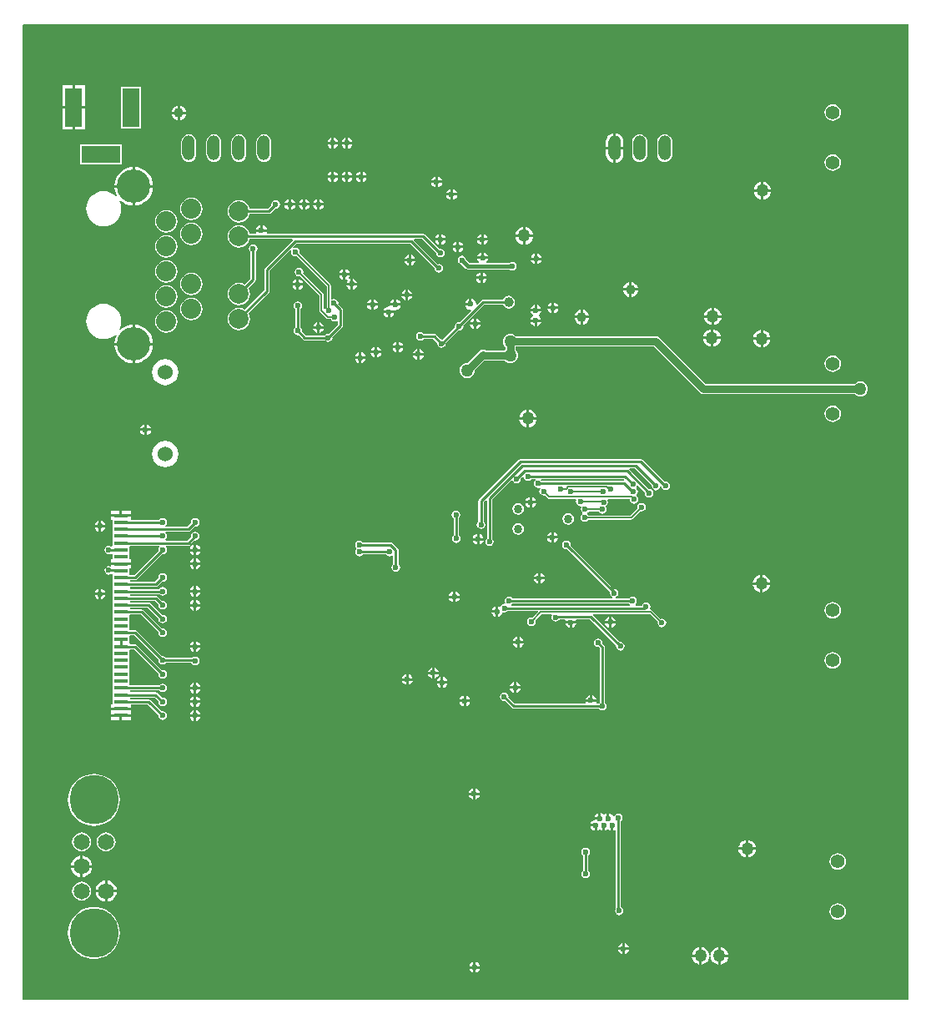
<source format=gbl>
G04*
G04 #@! TF.GenerationSoftware,Altium Limited,Altium Designer,19.1.9 (167)*
G04*
G04 Layer_Physical_Order=2*
G04 Layer_Color=16711680*
%FSLAX25Y25*%
%MOIN*%
G70*
G01*
G75*
%ADD12C,0.01000*%
%ADD13C,0.00600*%
%ADD81C,0.03000*%
%ADD84O,0.05000X0.10000*%
%ADD85C,0.05512*%
%ADD86C,0.08000*%
%ADD87C,0.07874*%
%ADD88C,0.13386*%
%ADD89R,0.07087X0.15748*%
%ADD90R,0.15748X0.07087*%
%ADD91C,0.06496*%
%ADD92C,0.19685*%
%ADD93C,0.03400*%
%ADD94C,0.06000*%
%ADD95C,0.02362*%
%ADD96C,0.05000*%
%ADD97C,0.03937*%
%ADD98R,0.05748X0.01614*%
%ADD99C,0.01500*%
G36*
X354200Y2000D02*
X354159Y1900D01*
X0D01*
X-100Y391246D01*
X254Y391600D01*
X354200D01*
Y2000D01*
D02*
G37*
%LPC*%
G36*
X25000Y367142D02*
X20957D01*
Y358768D01*
X25000D01*
Y367142D01*
D02*
G37*
G36*
X19957D02*
X15913D01*
Y358768D01*
X19957D01*
Y367142D01*
D02*
G37*
G36*
X63000Y358928D02*
Y356500D01*
X65428D01*
X65392Y356775D01*
X65093Y357497D01*
X64617Y358117D01*
X63997Y358593D01*
X63275Y358892D01*
X63000Y358928D01*
D02*
G37*
G36*
X62000D02*
X61725Y358892D01*
X61003Y358593D01*
X60383Y358117D01*
X59907Y357497D01*
X59608Y356775D01*
X59572Y356500D01*
X62000D01*
Y358928D01*
D02*
G37*
G36*
X65428Y355500D02*
X63000D01*
Y353072D01*
X63275Y353108D01*
X63997Y353407D01*
X64617Y353883D01*
X65093Y354503D01*
X65392Y355225D01*
X65428Y355500D01*
D02*
G37*
G36*
X62000D02*
X59572D01*
X59608Y355225D01*
X59907Y354503D01*
X60383Y353883D01*
X61003Y353407D01*
X61725Y353108D01*
X62000Y353072D01*
Y355500D01*
D02*
G37*
G36*
X323819Y359548D02*
X322969Y359436D01*
X322177Y359108D01*
X321497Y358586D01*
X320975Y357906D01*
X320647Y357114D01*
X320535Y356264D01*
X320647Y355414D01*
X320975Y354622D01*
X321497Y353942D01*
X322177Y353420D01*
X322969Y353092D01*
X323819Y352980D01*
X324669Y353092D01*
X325461Y353420D01*
X326141Y353942D01*
X326663Y354622D01*
X326991Y355414D01*
X327103Y356264D01*
X326991Y357114D01*
X326663Y357906D01*
X326141Y358586D01*
X325461Y359108D01*
X324669Y359436D01*
X323819Y359548D01*
D02*
G37*
G36*
X47335Y366642D02*
X39248D01*
Y349894D01*
X47335D01*
Y366642D01*
D02*
G37*
G36*
X25000Y357768D02*
X20957D01*
Y349394D01*
X25000D01*
Y357768D01*
D02*
G37*
G36*
X19957D02*
X15913D01*
Y349394D01*
X19957D01*
Y357768D01*
D02*
G37*
G36*
X130200Y346124D02*
Y344500D01*
X131824D01*
X131755Y344851D01*
X131272Y345572D01*
X130551Y346055D01*
X130200Y346124D01*
D02*
G37*
G36*
X129200D02*
X128849Y346055D01*
X128128Y345572D01*
X127646Y344851D01*
X127576Y344500D01*
X129200D01*
Y346124D01*
D02*
G37*
G36*
X124500D02*
Y344500D01*
X126124D01*
X126055Y344851D01*
X125573Y345572D01*
X124851Y346055D01*
X124500Y346124D01*
D02*
G37*
G36*
X123500D02*
X123149Y346055D01*
X122427Y345572D01*
X121946Y344851D01*
X121876Y344500D01*
X123500D01*
Y346124D01*
D02*
G37*
G36*
X237158Y347964D02*
Y342500D01*
X240188D01*
Y344500D01*
X240067Y345414D01*
X239715Y346265D01*
X239154Y346996D01*
X238423Y347557D01*
X237571Y347910D01*
X237158Y347964D01*
D02*
G37*
G36*
X236157Y347964D02*
X235744Y347910D01*
X234892Y347557D01*
X234161Y346996D01*
X233600Y346265D01*
X233248Y345414D01*
X233127Y344500D01*
Y342500D01*
X236157D01*
Y347964D01*
D02*
G37*
G36*
X131824Y343500D02*
X130200D01*
Y341876D01*
X130551Y341945D01*
X131272Y342427D01*
X131755Y343149D01*
X131824Y343500D01*
D02*
G37*
G36*
X129200D02*
X127576D01*
X127646Y343149D01*
X128128Y342427D01*
X128849Y341945D01*
X129200Y341876D01*
Y343500D01*
D02*
G37*
G36*
X126124D02*
X124500D01*
Y341876D01*
X124851Y341945D01*
X125573Y342427D01*
X126055Y343149D01*
X126124Y343500D01*
D02*
G37*
G36*
X123500D02*
X121876D01*
X121946Y343149D01*
X122427Y342427D01*
X123149Y341945D01*
X123500Y341876D01*
Y343500D01*
D02*
G37*
G36*
X256658Y347526D02*
X255874Y347423D01*
X255145Y347120D01*
X254518Y346640D01*
X254037Y346013D01*
X253735Y345283D01*
X253632Y344500D01*
Y339500D01*
X253735Y338717D01*
X254037Y337987D01*
X254518Y337360D01*
X255145Y336879D01*
X255874Y336577D01*
X256658Y336474D01*
X257441Y336577D01*
X258170Y336879D01*
X258797Y337360D01*
X259278Y337987D01*
X259580Y338717D01*
X259683Y339500D01*
Y344500D01*
X259580Y345283D01*
X259278Y346013D01*
X258797Y346640D01*
X258170Y347120D01*
X257441Y347423D01*
X256658Y347526D01*
D02*
G37*
G36*
X246657D02*
X245874Y347423D01*
X245145Y347120D01*
X244518Y346640D01*
X244037Y346013D01*
X243735Y345283D01*
X243632Y344500D01*
Y339500D01*
X243735Y338717D01*
X244037Y337987D01*
X244518Y337360D01*
X245145Y336879D01*
X245874Y336577D01*
X246657Y336474D01*
X247441Y336577D01*
X248170Y336879D01*
X248797Y337360D01*
X249278Y337987D01*
X249580Y338717D01*
X249683Y339500D01*
Y344500D01*
X249580Y345283D01*
X249278Y346013D01*
X248797Y346640D01*
X248170Y347120D01*
X247441Y347423D01*
X246657Y347526D01*
D02*
G37*
G36*
X96500D02*
X95717Y347423D01*
X94987Y347120D01*
X94360Y346640D01*
X93879Y346013D01*
X93577Y345283D01*
X93474Y344500D01*
Y339500D01*
X93577Y338717D01*
X93879Y337987D01*
X94360Y337360D01*
X94987Y336879D01*
X95717Y336577D01*
X96500Y336474D01*
X97283Y336577D01*
X98013Y336879D01*
X98640Y337360D01*
X99120Y337987D01*
X99423Y338717D01*
X99526Y339500D01*
Y344500D01*
X99423Y345283D01*
X99120Y346013D01*
X98640Y346640D01*
X98013Y347120D01*
X97283Y347423D01*
X96500Y347526D01*
D02*
G37*
G36*
X86500D02*
X85717Y347423D01*
X84987Y347120D01*
X84360Y346640D01*
X83880Y346013D01*
X83577Y345283D01*
X83474Y344500D01*
Y339500D01*
X83577Y338717D01*
X83880Y337987D01*
X84360Y337360D01*
X84987Y336879D01*
X85717Y336577D01*
X86500Y336474D01*
X87283Y336577D01*
X88013Y336879D01*
X88640Y337360D01*
X89121Y337987D01*
X89423Y338717D01*
X89526Y339500D01*
Y344500D01*
X89423Y345283D01*
X89121Y346013D01*
X88640Y346640D01*
X88013Y347120D01*
X87283Y347423D01*
X86500Y347526D01*
D02*
G37*
G36*
X76500D02*
X75717Y347423D01*
X74987Y347120D01*
X74360Y346640D01*
X73879Y346013D01*
X73577Y345283D01*
X73474Y344500D01*
Y339500D01*
X73577Y338717D01*
X73879Y337987D01*
X74360Y337360D01*
X74987Y336879D01*
X75717Y336577D01*
X76500Y336474D01*
X77283Y336577D01*
X78013Y336879D01*
X78640Y337360D01*
X79120Y337987D01*
X79423Y338717D01*
X79526Y339500D01*
Y344500D01*
X79423Y345283D01*
X79120Y346013D01*
X78640Y346640D01*
X78013Y347120D01*
X77283Y347423D01*
X76500Y347526D01*
D02*
G37*
G36*
X66500D02*
X65717Y347423D01*
X64987Y347120D01*
X64360Y346640D01*
X63880Y346013D01*
X63577Y345283D01*
X63474Y344500D01*
Y339500D01*
X63577Y338717D01*
X63880Y337987D01*
X64360Y337360D01*
X64987Y336879D01*
X65717Y336577D01*
X66500Y336474D01*
X67283Y336577D01*
X68013Y336879D01*
X68640Y337360D01*
X69121Y337987D01*
X69423Y338717D01*
X69526Y339500D01*
Y344500D01*
X69423Y345283D01*
X69121Y346013D01*
X68640Y346640D01*
X68013Y347120D01*
X67283Y347423D01*
X66500Y347526D01*
D02*
G37*
G36*
X240188Y341500D02*
X237158D01*
Y336036D01*
X237571Y336090D01*
X238423Y336443D01*
X239154Y337004D01*
X239715Y337735D01*
X240067Y338586D01*
X240188Y339500D01*
Y341500D01*
D02*
G37*
G36*
X236157D02*
X233127D01*
Y339500D01*
X233248Y338586D01*
X233600Y337735D01*
X234161Y337004D01*
X234892Y336443D01*
X235744Y336090D01*
X236157Y336036D01*
Y341500D01*
D02*
G37*
G36*
X39854Y343413D02*
X23106D01*
Y335327D01*
X39854D01*
Y343413D01*
D02*
G37*
G36*
X323819Y339548D02*
X322969Y339436D01*
X322177Y339108D01*
X321497Y338586D01*
X320975Y337906D01*
X320647Y337114D01*
X320535Y336264D01*
X320647Y335414D01*
X320975Y334622D01*
X321497Y333942D01*
X322177Y333420D01*
X322969Y333092D01*
X323819Y332980D01*
X324669Y333092D01*
X325461Y333420D01*
X326141Y333942D01*
X326663Y334622D01*
X326991Y335414D01*
X327103Y336264D01*
X326991Y337114D01*
X326663Y337906D01*
X326141Y338586D01*
X325461Y339108D01*
X324669Y339436D01*
X323819Y339548D01*
D02*
G37*
G36*
X135900Y332624D02*
Y331000D01*
X137524D01*
X137454Y331351D01*
X136972Y332072D01*
X136251Y332555D01*
X135900Y332624D01*
D02*
G37*
G36*
X134900D02*
X134549Y332555D01*
X133827Y332072D01*
X133345Y331351D01*
X133276Y331000D01*
X134900D01*
Y332624D01*
D02*
G37*
G36*
X130200D02*
Y331000D01*
X131824D01*
X131755Y331351D01*
X131272Y332072D01*
X130551Y332555D01*
X130200Y332624D01*
D02*
G37*
G36*
X129200D02*
X128849Y332555D01*
X128128Y332072D01*
X127646Y331351D01*
X127576Y331000D01*
X129200D01*
Y332624D01*
D02*
G37*
G36*
X124500D02*
Y331000D01*
X126124D01*
X126055Y331351D01*
X125573Y332072D01*
X124851Y332555D01*
X124500Y332624D01*
D02*
G37*
G36*
X123500D02*
X123149Y332555D01*
X122427Y332072D01*
X121946Y331351D01*
X121876Y331000D01*
X123500D01*
Y332624D01*
D02*
G37*
G36*
X166000Y330624D02*
Y329000D01*
X167624D01*
X167554Y329351D01*
X167072Y330072D01*
X166351Y330555D01*
X166000Y330624D01*
D02*
G37*
G36*
X165000D02*
X164649Y330555D01*
X163927Y330072D01*
X163445Y329351D01*
X163376Y329000D01*
X165000D01*
Y330624D01*
D02*
G37*
G36*
X137524Y330000D02*
X135900D01*
Y328376D01*
X136251Y328445D01*
X136972Y328927D01*
X137454Y329649D01*
X137524Y330000D01*
D02*
G37*
G36*
X134900D02*
X133276D01*
X133345Y329649D01*
X133827Y328927D01*
X134549Y328445D01*
X134900Y328376D01*
Y330000D01*
D02*
G37*
G36*
X131824D02*
X130200D01*
Y328376D01*
X130551Y328445D01*
X131272Y328927D01*
X131755Y329649D01*
X131824Y330000D01*
D02*
G37*
G36*
X129200D02*
X127576D01*
X127646Y329649D01*
X128128Y328927D01*
X128849Y328445D01*
X129200Y328376D01*
Y330000D01*
D02*
G37*
G36*
X126124D02*
X124500D01*
Y328376D01*
X124851Y328445D01*
X125573Y328927D01*
X126055Y329649D01*
X126124Y330000D01*
D02*
G37*
G36*
X123500D02*
X121876D01*
X121946Y329649D01*
X122427Y328927D01*
X123149Y328445D01*
X123500Y328376D01*
Y330000D01*
D02*
G37*
G36*
X44988Y334453D02*
Y327272D01*
X52169D01*
X52070Y328280D01*
X51630Y329730D01*
X50916Y331066D01*
X49954Y332238D01*
X48783Y333199D01*
X47446Y333913D01*
X45996Y334353D01*
X44988Y334453D01*
D02*
G37*
G36*
X43988D02*
X42980Y334353D01*
X41530Y333913D01*
X40194Y333199D01*
X39022Y332238D01*
X38061Y331066D01*
X37347Y329730D01*
X36907Y328280D01*
X36807Y327272D01*
X43988D01*
Y334453D01*
D02*
G37*
G36*
X167624Y328000D02*
X166000D01*
Y326376D01*
X166351Y326445D01*
X167072Y326927D01*
X167554Y327649D01*
X167624Y328000D01*
D02*
G37*
G36*
X165000D02*
X163376D01*
X163445Y327649D01*
X163927Y326927D01*
X164649Y326445D01*
X165000Y326376D01*
Y328000D01*
D02*
G37*
G36*
X296200Y328464D02*
Y325500D01*
X299164D01*
X299110Y325914D01*
X298757Y326765D01*
X298196Y327496D01*
X297465Y328057D01*
X296614Y328410D01*
X296200Y328464D01*
D02*
G37*
G36*
X295200D02*
X294786Y328410D01*
X293935Y328057D01*
X293204Y327496D01*
X292643Y326765D01*
X292290Y325914D01*
X292236Y325500D01*
X295200D01*
Y328464D01*
D02*
G37*
G36*
X172000Y325624D02*
Y324000D01*
X173624D01*
X173555Y324351D01*
X173073Y325073D01*
X172351Y325555D01*
X172000Y325624D01*
D02*
G37*
G36*
X171000D02*
X170649Y325555D01*
X169928Y325073D01*
X169446Y324351D01*
X169376Y324000D01*
X171000D01*
Y325624D01*
D02*
G37*
G36*
X43988Y326272D02*
X36807D01*
X36907Y325264D01*
X37347Y323813D01*
X37640Y323264D01*
X37246Y322940D01*
X36397Y323637D01*
X35178Y324289D01*
X33856Y324690D01*
X32480Y324825D01*
X31105Y324690D01*
X29783Y324289D01*
X28564Y323637D01*
X27496Y322761D01*
X26619Y321692D01*
X25967Y320473D01*
X25566Y319151D01*
X25431Y317776D01*
X25566Y316400D01*
X25967Y315078D01*
X26619Y313859D01*
X27496Y312791D01*
X28564Y311914D01*
X29783Y311262D01*
X31105Y310861D01*
X32480Y310726D01*
X33856Y310861D01*
X35178Y311262D01*
X36397Y311914D01*
X37465Y312791D01*
X38342Y313859D01*
X38993Y315078D01*
X39395Y316400D01*
X39530Y317776D01*
X39395Y319151D01*
X38993Y320473D01*
X38795Y320846D01*
X39189Y321169D01*
X40194Y320344D01*
X41530Y319630D01*
X42980Y319190D01*
X43988Y319091D01*
Y326272D01*
D02*
G37*
G36*
X299164Y324500D02*
X296200D01*
Y321536D01*
X296614Y321590D01*
X297465Y321943D01*
X298196Y322504D01*
X298757Y323235D01*
X299110Y324086D01*
X299164Y324500D01*
D02*
G37*
G36*
X295200D02*
X292236D01*
X292290Y324086D01*
X292643Y323235D01*
X293204Y322504D01*
X293935Y321943D01*
X294786Y321590D01*
X295200Y321536D01*
Y324500D01*
D02*
G37*
G36*
X173624Y323000D02*
X172000D01*
Y321376D01*
X172351Y321445D01*
X173073Y321927D01*
X173555Y322649D01*
X173624Y323000D01*
D02*
G37*
G36*
X171000D02*
X169376D01*
X169446Y322649D01*
X169928Y321927D01*
X170649Y321445D01*
X171000Y321376D01*
Y323000D01*
D02*
G37*
G36*
X118800Y321624D02*
Y320000D01*
X120424D01*
X120354Y320351D01*
X119872Y321073D01*
X119151Y321555D01*
X118800Y321624D01*
D02*
G37*
G36*
X117800D02*
X117449Y321555D01*
X116727Y321073D01*
X116245Y320351D01*
X116176Y320000D01*
X117800D01*
Y321624D01*
D02*
G37*
G36*
X113100D02*
Y320000D01*
X114724D01*
X114655Y320351D01*
X114172Y321073D01*
X113451Y321555D01*
X113100Y321624D01*
D02*
G37*
G36*
X112100D02*
X111749Y321555D01*
X111028Y321073D01*
X110546Y320351D01*
X110476Y320000D01*
X112100D01*
Y321624D01*
D02*
G37*
G36*
X107400D02*
Y320000D01*
X109024D01*
X108955Y320351D01*
X108473Y321073D01*
X107751Y321555D01*
X107400Y321624D01*
D02*
G37*
G36*
X106400D02*
X106049Y321555D01*
X105327Y321073D01*
X104845Y320351D01*
X104776Y320000D01*
X106400D01*
Y321624D01*
D02*
G37*
G36*
X52169Y326272D02*
X44988D01*
Y319091D01*
X45996Y319190D01*
X47446Y319630D01*
X48783Y320344D01*
X49954Y321306D01*
X50916Y322477D01*
X51630Y323813D01*
X52070Y325264D01*
X52169Y326272D01*
D02*
G37*
G36*
X86496Y321267D02*
X85338Y321114D01*
X84259Y320667D01*
X83332Y319956D01*
X82621Y319029D01*
X82173Y317950D01*
X82021Y316791D01*
X82173Y315633D01*
X82621Y314553D01*
X83332Y313627D01*
X84259Y312915D01*
X85338Y312468D01*
X86496Y312316D01*
X87655Y312468D01*
X88734Y312915D01*
X89661Y313627D01*
X90372Y314553D01*
X90819Y315633D01*
X90837Y315772D01*
X98491D01*
X98881Y315849D01*
X99212Y316070D01*
X100973Y317831D01*
X101200Y317786D01*
X101856Y317916D01*
X102412Y318288D01*
X102784Y318844D01*
X102914Y319500D01*
X102784Y320156D01*
X102412Y320712D01*
X101856Y321084D01*
X101200Y321214D01*
X100544Y321084D01*
X99988Y320712D01*
X99616Y320156D01*
X99486Y319500D01*
X99531Y319273D01*
X98069Y317811D01*
X90837D01*
X90819Y317950D01*
X90372Y319029D01*
X89661Y319956D01*
X88734Y320667D01*
X87655Y321114D01*
X86496Y321267D01*
D02*
G37*
G36*
X120424Y319000D02*
X118800D01*
Y317376D01*
X119151Y317445D01*
X119872Y317928D01*
X120354Y318649D01*
X120424Y319000D01*
D02*
G37*
G36*
X117800D02*
X116176D01*
X116245Y318649D01*
X116727Y317928D01*
X117449Y317445D01*
X117800Y317376D01*
Y319000D01*
D02*
G37*
G36*
X114724D02*
X113100D01*
Y317376D01*
X113451Y317445D01*
X114172Y317928D01*
X114655Y318649D01*
X114724Y319000D01*
D02*
G37*
G36*
X112100D02*
X110476D01*
X110546Y318649D01*
X111028Y317928D01*
X111749Y317445D01*
X112100Y317376D01*
Y319000D01*
D02*
G37*
G36*
X109024D02*
X107400D01*
Y317376D01*
X107751Y317445D01*
X108473Y317928D01*
X108955Y318649D01*
X109024Y319000D01*
D02*
G37*
G36*
X106400D02*
X104776D01*
X104845Y318649D01*
X105327Y317928D01*
X106049Y317445D01*
X106400Y317376D01*
Y319000D01*
D02*
G37*
G36*
X67480Y322314D02*
X66306Y322160D01*
X65211Y321706D01*
X64271Y320985D01*
X63550Y320045D01*
X63096Y318950D01*
X62942Y317776D01*
X63096Y316601D01*
X63550Y315506D01*
X64271Y314566D01*
X65211Y313845D01*
X66306Y313391D01*
X67480Y313237D01*
X68655Y313391D01*
X69750Y313845D01*
X70690Y314566D01*
X71411Y315506D01*
X71865Y316601D01*
X72019Y317776D01*
X71865Y318950D01*
X71411Y320045D01*
X70690Y320985D01*
X69750Y321706D01*
X68655Y322160D01*
X67480Y322314D01*
D02*
G37*
G36*
X96000Y311224D02*
Y309600D01*
X97624D01*
X97554Y309951D01*
X97072Y310672D01*
X96351Y311155D01*
X96000Y311224D01*
D02*
G37*
G36*
X95000D02*
X94649Y311155D01*
X93928Y310672D01*
X93445Y309951D01*
X93376Y309600D01*
X95000D01*
Y311224D01*
D02*
G37*
G36*
X57480Y317314D02*
X56306Y317160D01*
X55211Y316706D01*
X54271Y315985D01*
X53550Y315045D01*
X53096Y313950D01*
X52942Y312776D01*
X53096Y311601D01*
X53550Y310506D01*
X54271Y309566D01*
X55211Y308845D01*
X56306Y308391D01*
X57480Y308237D01*
X58655Y308391D01*
X59750Y308845D01*
X60690Y309566D01*
X61411Y310506D01*
X61865Y311601D01*
X62019Y312776D01*
X61865Y313950D01*
X61411Y315045D01*
X60690Y315985D01*
X59750Y316706D01*
X58655Y317160D01*
X57480Y317314D01*
D02*
G37*
G36*
X201000Y310464D02*
Y307500D01*
X203964D01*
X203910Y307914D01*
X203557Y308765D01*
X202996Y309496D01*
X202265Y310057D01*
X201414Y310410D01*
X201000Y310464D01*
D02*
G37*
G36*
X200000D02*
X199586Y310410D01*
X198735Y310057D01*
X198004Y309496D01*
X197443Y308765D01*
X197090Y307914D01*
X197036Y307500D01*
X200000D01*
Y310464D01*
D02*
G37*
G36*
X184300Y307624D02*
Y306000D01*
X185924D01*
X185854Y306351D01*
X185372Y307072D01*
X184651Y307555D01*
X184300Y307624D01*
D02*
G37*
G36*
X183300D02*
X182949Y307555D01*
X182228Y307072D01*
X181746Y306351D01*
X181676Y306000D01*
X183300D01*
Y307624D01*
D02*
G37*
G36*
X167500D02*
Y306000D01*
X169124D01*
X169054Y306351D01*
X168572Y307072D01*
X167851Y307555D01*
X167500Y307624D01*
D02*
G37*
G36*
X166500D02*
X166149Y307555D01*
X165427Y307072D01*
X164945Y306351D01*
X164876Y306000D01*
X166500D01*
Y307624D01*
D02*
G37*
G36*
X203964Y306500D02*
X201000D01*
Y303536D01*
X201414Y303590D01*
X202265Y303943D01*
X202996Y304504D01*
X203557Y305235D01*
X203910Y306086D01*
X203964Y306500D01*
D02*
G37*
G36*
X200000D02*
X197036D01*
X197090Y306086D01*
X197443Y305235D01*
X198004Y304504D01*
X198735Y303943D01*
X199586Y303590D01*
X200000Y303536D01*
Y306500D01*
D02*
G37*
G36*
X185924Y305000D02*
X184300D01*
Y303376D01*
X184651Y303445D01*
X185372Y303927D01*
X185854Y304649D01*
X185924Y305000D01*
D02*
G37*
G36*
X183300D02*
X181676D01*
X181746Y304649D01*
X182228Y303927D01*
X182949Y303445D01*
X183300Y303376D01*
Y305000D01*
D02*
G37*
G36*
X169124D02*
X167500D01*
Y303376D01*
X167851Y303445D01*
X168572Y303927D01*
X169054Y304649D01*
X169124Y305000D01*
D02*
G37*
G36*
X166500D02*
X164876D01*
X164945Y304649D01*
X165427Y303927D01*
X166149Y303445D01*
X166500Y303376D01*
Y305000D01*
D02*
G37*
G36*
X67480Y312314D02*
X66306Y312160D01*
X65211Y311706D01*
X64271Y310985D01*
X63550Y310045D01*
X63096Y308950D01*
X62942Y307776D01*
X63096Y306601D01*
X63550Y305506D01*
X64271Y304566D01*
X65211Y303845D01*
X66306Y303391D01*
X67480Y303237D01*
X68655Y303391D01*
X69750Y303845D01*
X70690Y304566D01*
X71411Y305506D01*
X71865Y306601D01*
X72019Y307776D01*
X71865Y308950D01*
X71411Y310045D01*
X70690Y310985D01*
X69750Y311706D01*
X68655Y312160D01*
X67480Y312314D01*
D02*
G37*
G36*
X174500Y304624D02*
Y303000D01*
X176124D01*
X176055Y303351D01*
X175573Y304072D01*
X174851Y304555D01*
X174500Y304624D01*
D02*
G37*
G36*
X173500D02*
X173149Y304555D01*
X172427Y304072D01*
X171946Y303351D01*
X171876Y303000D01*
X173500D01*
Y304624D01*
D02*
G37*
G36*
X176124Y302000D02*
X174500D01*
Y300376D01*
X174851Y300445D01*
X175573Y300927D01*
X176055Y301649D01*
X176124Y302000D01*
D02*
G37*
G36*
X173500D02*
X171876D01*
X171946Y301649D01*
X172427Y300927D01*
X173149Y300445D01*
X173500Y300376D01*
Y302000D01*
D02*
G37*
G36*
X184400Y300324D02*
Y298700D01*
X186024D01*
X185954Y299051D01*
X185473Y299773D01*
X184751Y300255D01*
X184400Y300324D01*
D02*
G37*
G36*
X183400D02*
X183049Y300255D01*
X182327Y299773D01*
X181845Y299051D01*
X181776Y298700D01*
X183400D01*
Y300324D01*
D02*
G37*
G36*
X86496Y311266D02*
X85338Y311114D01*
X84259Y310667D01*
X83332Y309956D01*
X82621Y309029D01*
X82173Y307949D01*
X82021Y306791D01*
X82173Y305633D01*
X82621Y304554D01*
X83332Y303627D01*
X84259Y302916D01*
X85338Y302468D01*
X86496Y302316D01*
X87655Y302468D01*
X88734Y302916D01*
X89661Y303627D01*
X90372Y304554D01*
X90819Y305633D01*
X90837Y305772D01*
X107823D01*
X108030Y305272D01*
X96879Y294121D01*
X96658Y293790D01*
X96580Y293400D01*
Y285286D01*
X88845Y277550D01*
X88734Y277636D01*
X87655Y278083D01*
X86496Y278235D01*
X85338Y278083D01*
X84259Y277636D01*
X83332Y276924D01*
X82621Y275997D01*
X82173Y274918D01*
X82021Y273760D01*
X82173Y272602D01*
X82621Y271522D01*
X83332Y270595D01*
X84259Y269884D01*
X85338Y269437D01*
X86496Y269285D01*
X87655Y269437D01*
X88734Y269884D01*
X89661Y270595D01*
X90372Y271522D01*
X90819Y272602D01*
X90971Y273760D01*
X90819Y274918D01*
X90372Y275997D01*
X90287Y276109D01*
X98321Y284143D01*
X98542Y284474D01*
X98620Y284864D01*
Y292978D01*
X106982Y301340D01*
X107013Y301327D01*
X107395Y301045D01*
X107286Y300500D01*
X107416Y299844D01*
X107788Y299288D01*
X108344Y298916D01*
X109000Y298786D01*
X109467Y298879D01*
X121684Y286662D01*
Y278477D01*
X121288Y278212D01*
X121073Y277891D01*
X120500Y277735D01*
X120425Y277749D01*
X120316Y277830D01*
Y283500D01*
X120254Y283812D01*
X120077Y284077D01*
X120077Y284077D01*
X112121Y292033D01*
X112214Y292500D01*
X112084Y293156D01*
X111712Y293712D01*
X111156Y294084D01*
X110500Y294214D01*
X109844Y294084D01*
X109288Y293712D01*
X108916Y293156D01*
X108786Y292500D01*
X108916Y291844D01*
X109288Y291288D01*
X109844Y290916D01*
X110500Y290786D01*
X110968Y290879D01*
X118684Y283162D01*
Y277000D01*
X118684Y277000D01*
X118746Y276688D01*
X118923Y276423D01*
X121423Y273923D01*
X121423Y273923D01*
X121688Y273746D01*
X122000Y273684D01*
X123223D01*
X123488Y273288D01*
X124044Y272916D01*
X124700Y272786D01*
X125356Y272916D01*
X125580Y273066D01*
X126080Y272799D01*
Y271622D01*
X122427Y267969D01*
X122200Y268014D01*
X121544Y267884D01*
X120988Y267512D01*
X120859Y267320D01*
X113122D01*
X111669Y268773D01*
X111714Y269000D01*
X111584Y269656D01*
X111212Y270212D01*
X111020Y270341D01*
Y277659D01*
X111212Y277788D01*
X111584Y278344D01*
X111714Y279000D01*
X111584Y279656D01*
X111212Y280212D01*
X110656Y280584D01*
X110000Y280714D01*
X109344Y280584D01*
X108788Y280212D01*
X108416Y279656D01*
X108286Y279000D01*
X108416Y278344D01*
X108788Y277788D01*
X108980Y277659D01*
Y270341D01*
X108788Y270212D01*
X108416Y269656D01*
X108286Y269000D01*
X108416Y268344D01*
X108788Y267788D01*
X109344Y267416D01*
X110000Y267286D01*
X110227Y267331D01*
X111979Y265579D01*
X112310Y265358D01*
X112700Y265280D01*
X120859D01*
X120988Y265088D01*
X121544Y264716D01*
X122200Y264586D01*
X122856Y264716D01*
X123412Y265088D01*
X123784Y265644D01*
X123914Y266300D01*
X123869Y266527D01*
X127821Y270479D01*
X128042Y270810D01*
X128120Y271200D01*
Y277400D01*
X128042Y277790D01*
X127821Y278121D01*
X126169Y279773D01*
X126214Y280000D01*
X126084Y280656D01*
X125712Y281212D01*
X125156Y281584D01*
X124500Y281714D01*
X123844Y281584D01*
X123757Y281525D01*
X123316Y281761D01*
Y287000D01*
X123254Y287312D01*
X123077Y287577D01*
X123077Y287577D01*
X110621Y300032D01*
X110714Y300500D01*
X110584Y301156D01*
X110212Y301712D01*
X109656Y302084D01*
X109000Y302214D01*
X108455Y302105D01*
X108173Y302486D01*
X108160Y302518D01*
X109422Y303780D01*
X154978D01*
X164656Y294102D01*
X164636Y294000D01*
X164766Y293344D01*
X165138Y292788D01*
X165694Y292416D01*
X166350Y292286D01*
X167006Y292416D01*
X167562Y292788D01*
X167934Y293344D01*
X168064Y294000D01*
X167934Y294656D01*
X167562Y295212D01*
X167006Y295584D01*
X166350Y295714D01*
X165998Y295644D01*
X156370Y305272D01*
X156577Y305772D01*
X159687D01*
X165329Y300129D01*
X165317Y300069D01*
X165448Y299413D01*
X165819Y298857D01*
X166375Y298485D01*
X167031Y298355D01*
X167687Y298485D01*
X168243Y298857D01*
X168615Y299413D01*
X168745Y300069D01*
X168615Y300725D01*
X168243Y301281D01*
X167687Y301652D01*
X167031Y301783D01*
X166637Y301705D01*
X160830Y307512D01*
X160499Y307733D01*
X160109Y307811D01*
X97789D01*
X97627Y308113D01*
X97567Y308311D01*
X97624Y308600D01*
X93376D01*
X93433Y308311D01*
X93373Y308113D01*
X93211Y307811D01*
X90837D01*
X90819Y307949D01*
X90372Y309029D01*
X89661Y309956D01*
X88734Y310667D01*
X87655Y311114D01*
X86496Y311266D01*
D02*
G37*
G36*
X205800Y299924D02*
Y298300D01*
X207424D01*
X207355Y298651D01*
X206873Y299373D01*
X206151Y299855D01*
X205800Y299924D01*
D02*
G37*
G36*
X204800D02*
X204449Y299855D01*
X203728Y299373D01*
X203245Y298651D01*
X203176Y298300D01*
X204800D01*
Y299924D01*
D02*
G37*
G36*
X57480Y307314D02*
X56306Y307160D01*
X55211Y306706D01*
X54271Y305985D01*
X53550Y305045D01*
X53096Y303950D01*
X52942Y302776D01*
X53096Y301601D01*
X53550Y300506D01*
X54271Y299566D01*
X55211Y298845D01*
X56306Y298391D01*
X57480Y298237D01*
X58655Y298391D01*
X59750Y298845D01*
X60690Y299566D01*
X61411Y300506D01*
X61865Y301601D01*
X62019Y302776D01*
X61865Y303950D01*
X61411Y305045D01*
X60690Y305985D01*
X59750Y306706D01*
X58655Y307160D01*
X57480Y307314D01*
D02*
G37*
G36*
X155300Y299424D02*
Y297800D01*
X156924D01*
X156854Y298151D01*
X156372Y298872D01*
X155651Y299355D01*
X155300Y299424D01*
D02*
G37*
G36*
X154300D02*
X153949Y299355D01*
X153227Y298872D01*
X152745Y298151D01*
X152676Y297800D01*
X154300D01*
Y299424D01*
D02*
G37*
G36*
X207424Y297300D02*
X205800D01*
Y295676D01*
X206151Y295745D01*
X206873Y296228D01*
X207355Y296949D01*
X207424Y297300D01*
D02*
G37*
G36*
X204800D02*
X203176D01*
X203245Y296949D01*
X203728Y296228D01*
X204449Y295745D01*
X204800Y295676D01*
Y297300D01*
D02*
G37*
G36*
X156924Y296800D02*
X155300D01*
Y295176D01*
X155651Y295245D01*
X156372Y295727D01*
X156854Y296449D01*
X156924Y296800D01*
D02*
G37*
G36*
X154300D02*
X152676D01*
X152745Y296449D01*
X153227Y295727D01*
X153949Y295245D01*
X154300Y295176D01*
Y296800D01*
D02*
G37*
G36*
X175600Y299014D02*
X174944Y298884D01*
X174388Y298512D01*
X174016Y297956D01*
X173886Y297300D01*
X174016Y296644D01*
X174388Y296088D01*
X174944Y295716D01*
X175490Y295608D01*
X177148Y293950D01*
X177561Y293673D01*
X178049Y293576D01*
X194629D01*
X195091Y293267D01*
X195747Y293137D01*
X196403Y293267D01*
X196959Y293639D01*
X197331Y294195D01*
X197461Y294851D01*
X197331Y295507D01*
X196959Y296063D01*
X196403Y296434D01*
X195747Y296565D01*
X195091Y296434D01*
X194629Y296125D01*
X185621D01*
X185469Y296625D01*
X185473Y296627D01*
X185954Y297349D01*
X186024Y297700D01*
X181776D01*
X181845Y297349D01*
X182327Y296627D01*
X182331Y296625D01*
X182179Y296125D01*
X178577D01*
X177292Y297410D01*
X177184Y297956D01*
X176812Y298512D01*
X176256Y298884D01*
X175600Y299014D01*
D02*
G37*
G36*
X129200Y293651D02*
Y292026D01*
X130824D01*
X130754Y292377D01*
X130272Y293099D01*
X129551Y293581D01*
X129200Y293651D01*
D02*
G37*
G36*
X128200D02*
X127849Y293581D01*
X127128Y293099D01*
X126646Y292377D01*
X126576Y292026D01*
X128200D01*
Y293651D01*
D02*
G37*
G36*
X183900Y292324D02*
Y290700D01*
X185524D01*
X185454Y291051D01*
X184973Y291773D01*
X184251Y292255D01*
X183900Y292324D01*
D02*
G37*
G36*
X182900D02*
X182549Y292255D01*
X181827Y291773D01*
X181345Y291051D01*
X181276Y290700D01*
X182900D01*
Y292324D01*
D02*
G37*
G36*
X128200Y291026D02*
X126576D01*
X126646Y290675D01*
X127128Y289954D01*
X127849Y289472D01*
X128200Y289402D01*
Y291026D01*
D02*
G37*
G36*
X57480Y297314D02*
X56306Y297160D01*
X55211Y296706D01*
X54271Y295985D01*
X53550Y295045D01*
X53096Y293950D01*
X52942Y292776D01*
X53096Y291601D01*
X53550Y290506D01*
X54271Y289566D01*
X55211Y288845D01*
X56306Y288391D01*
X57480Y288237D01*
X58655Y288391D01*
X59750Y288845D01*
X60690Y289566D01*
X61411Y290506D01*
X61865Y291601D01*
X62019Y292776D01*
X61865Y293950D01*
X61411Y295045D01*
X60690Y295985D01*
X59750Y296706D01*
X58655Y297160D01*
X57480Y297314D01*
D02*
G37*
G36*
X132100Y289824D02*
Y288200D01*
X133724D01*
X133654Y288551D01*
X133173Y289272D01*
X132451Y289755D01*
X132100Y289824D01*
D02*
G37*
G36*
X130824Y291026D02*
X129200D01*
Y289402D01*
X129551Y289472D01*
X129566Y289482D01*
X129927Y289122D01*
X129545Y288551D01*
X129476Y288200D01*
X131100D01*
Y289824D01*
X130749Y289755D01*
X130734Y289744D01*
X130373Y290105D01*
X130754Y290675D01*
X130824Y291026D01*
D02*
G37*
G36*
X185524Y289700D02*
X183900D01*
Y288076D01*
X184251Y288145D01*
X184973Y288628D01*
X185454Y289349D01*
X185524Y289700D01*
D02*
G37*
G36*
X182900D02*
X181276D01*
X181345Y289349D01*
X181827Y288628D01*
X182549Y288145D01*
X182900Y288076D01*
Y289700D01*
D02*
G37*
G36*
X110500Y289624D02*
Y288000D01*
X112124D01*
X112055Y288351D01*
X111573Y289072D01*
X110851Y289555D01*
X110500Y289624D01*
D02*
G37*
G36*
X109500D02*
X109149Y289555D01*
X108428Y289072D01*
X107946Y288351D01*
X107876Y288000D01*
X109500D01*
Y289624D01*
D02*
G37*
G36*
X92200Y303614D02*
X91544Y303484D01*
X90988Y303112D01*
X90616Y302556D01*
X90486Y301900D01*
X90616Y301244D01*
X90988Y300688D01*
X91180Y300559D01*
Y289886D01*
X88845Y287550D01*
X88734Y287635D01*
X87654Y288083D01*
X86496Y288235D01*
X85338Y288083D01*
X84258Y287635D01*
X83332Y286924D01*
X82620Y285997D01*
X82173Y284918D01*
X82021Y283760D01*
X82173Y282601D01*
X82620Y281522D01*
X83332Y280595D01*
X84258Y279884D01*
X85338Y279437D01*
X86496Y279285D01*
X87654Y279437D01*
X88734Y279884D01*
X89661Y280595D01*
X90372Y281522D01*
X90819Y282601D01*
X90971Y283760D01*
X90819Y284918D01*
X90372Y285997D01*
X90287Y286108D01*
X92921Y288743D01*
X93142Y289074D01*
X93220Y289464D01*
Y300559D01*
X93412Y300688D01*
X93784Y301244D01*
X93914Y301900D01*
X93784Y302556D01*
X93412Y303112D01*
X92856Y303484D01*
X92200Y303614D01*
D02*
G37*
G36*
X243500Y288428D02*
Y286000D01*
X245928D01*
X245892Y286275D01*
X245593Y286997D01*
X245117Y287617D01*
X244497Y288093D01*
X243775Y288392D01*
X243500Y288428D01*
D02*
G37*
G36*
X242500D02*
X242225Y288392D01*
X241503Y288093D01*
X240883Y287617D01*
X240407Y286997D01*
X240108Y286275D01*
X240072Y286000D01*
X242500D01*
Y288428D01*
D02*
G37*
G36*
X133724Y287200D02*
X132100D01*
Y285576D01*
X132451Y285645D01*
X133173Y286127D01*
X133654Y286849D01*
X133724Y287200D01*
D02*
G37*
G36*
X131100D02*
X129476D01*
X129545Y286849D01*
X130027Y286127D01*
X130749Y285645D01*
X131100Y285576D01*
Y287200D01*
D02*
G37*
G36*
X112124Y287000D02*
X110500D01*
Y285376D01*
X110851Y285445D01*
X111573Y285928D01*
X112055Y286649D01*
X112124Y287000D01*
D02*
G37*
G36*
X109500D02*
X107876D01*
X107946Y286649D01*
X108428Y285928D01*
X109149Y285445D01*
X109500Y285376D01*
Y287000D01*
D02*
G37*
G36*
X154100Y285524D02*
Y283900D01*
X155724D01*
X155655Y284251D01*
X155173Y284973D01*
X154451Y285455D01*
X154100Y285524D01*
D02*
G37*
G36*
X153100D02*
X152749Y285455D01*
X152027Y284973D01*
X151546Y284251D01*
X151476Y283900D01*
X153100D01*
Y285524D01*
D02*
G37*
G36*
X67480Y292314D02*
X66306Y292160D01*
X65211Y291706D01*
X64271Y290985D01*
X63550Y290045D01*
X63096Y288950D01*
X62942Y287776D01*
X63096Y286601D01*
X63550Y285506D01*
X64271Y284566D01*
X65211Y283845D01*
X66306Y283391D01*
X67480Y283237D01*
X68655Y283391D01*
X69750Y283845D01*
X70690Y284566D01*
X71411Y285506D01*
X71865Y286601D01*
X72019Y287776D01*
X71865Y288950D01*
X71411Y290045D01*
X70690Y290985D01*
X69750Y291706D01*
X68655Y292160D01*
X67480Y292314D01*
D02*
G37*
G36*
X245928Y285000D02*
X243500D01*
Y282572D01*
X243775Y282608D01*
X244497Y282907D01*
X245117Y283383D01*
X245593Y284003D01*
X245892Y284725D01*
X245928Y285000D01*
D02*
G37*
G36*
X242500D02*
X240072D01*
X240108Y284725D01*
X240407Y284003D01*
X240883Y283383D01*
X241503Y282907D01*
X242225Y282608D01*
X242500Y282572D01*
Y285000D01*
D02*
G37*
G36*
X155724Y282900D02*
X154100D01*
Y281276D01*
X154451Y281345D01*
X155173Y281827D01*
X155655Y282549D01*
X155724Y282900D01*
D02*
G37*
G36*
X153100D02*
X151476D01*
X151546Y282549D01*
X152027Y281827D01*
X152749Y281345D01*
X153100Y281276D01*
Y282900D01*
D02*
G37*
G36*
X178500Y281824D02*
X178149Y281755D01*
X177427Y281273D01*
X176945Y280551D01*
X176876Y280200D01*
X178500D01*
Y281824D01*
D02*
G37*
G36*
X149500Y281624D02*
Y280000D01*
X151124D01*
X151055Y280351D01*
X150573Y281072D01*
X149851Y281555D01*
X149500Y281624D01*
D02*
G37*
G36*
X148500D02*
X148149Y281555D01*
X147427Y281072D01*
X146946Y280351D01*
X146876Y280000D01*
X148500D01*
Y281624D01*
D02*
G37*
G36*
X140400D02*
Y280000D01*
X142024D01*
X141955Y280351D01*
X141472Y281072D01*
X140751Y281555D01*
X140400Y281624D01*
D02*
G37*
G36*
X139400D02*
X139049Y281555D01*
X138328Y281072D01*
X137846Y280351D01*
X137776Y280000D01*
X139400D01*
Y281624D01*
D02*
G37*
G36*
X194300Y283017D02*
X193337Y282825D01*
X192520Y282280D01*
X192012Y281520D01*
X184200D01*
X183810Y281442D01*
X183479Y281221D01*
X181678Y279420D01*
X181217Y279666D01*
X181224Y279700D01*
X181054Y280551D01*
X180572Y281273D01*
X179851Y281755D01*
X179500Y281824D01*
Y279700D01*
X179000D01*
Y279200D01*
X176876D01*
X176945Y278849D01*
X177427Y278128D01*
X178149Y277645D01*
X179000Y277476D01*
X179034Y277483D01*
X179280Y277022D01*
X174727Y272469D01*
X174500Y272514D01*
X173844Y272384D01*
X173288Y272012D01*
X172916Y271456D01*
X172786Y270800D01*
X172831Y270573D01*
X167867Y265609D01*
X167463Y265689D01*
X167236Y265644D01*
X165330Y267550D01*
X164999Y267771D01*
X164609Y267848D01*
X160327D01*
X160198Y268041D01*
X159642Y268412D01*
X158986Y268543D01*
X158330Y268412D01*
X157774Y268041D01*
X157403Y267485D01*
X157272Y266829D01*
X157403Y266173D01*
X157774Y265617D01*
X158330Y265245D01*
X158986Y265115D01*
X159642Y265245D01*
X160198Y265617D01*
X160327Y265809D01*
X164187D01*
X165794Y264202D01*
X165749Y263975D01*
X165879Y263319D01*
X166251Y262763D01*
X166807Y262391D01*
X167463Y262261D01*
X168119Y262391D01*
X168675Y262763D01*
X169046Y263319D01*
X169177Y263975D01*
X169167Y264025D01*
X174273Y269131D01*
X174500Y269086D01*
X175156Y269216D01*
X175712Y269588D01*
X176084Y270144D01*
X176214Y270800D01*
X176169Y271027D01*
X184622Y279480D01*
X192012D01*
X192520Y278720D01*
X193337Y278175D01*
X194300Y277983D01*
X195263Y278175D01*
X196080Y278720D01*
X196625Y279537D01*
X196817Y280500D01*
X196625Y281463D01*
X196080Y282280D01*
X195263Y282825D01*
X194300Y283017D01*
D02*
G37*
G36*
X151124Y279000D02*
X146699D01*
X146421Y278722D01*
X146414Y278724D01*
X145563Y278555D01*
X144841Y278073D01*
X144359Y277351D01*
X144289Y277000D01*
X148715D01*
X148993Y277278D01*
X149000Y277276D01*
X149851Y277445D01*
X150573Y277927D01*
X151055Y278649D01*
X151124Y279000D01*
D02*
G37*
G36*
X212469Y280294D02*
Y278669D01*
X214094D01*
X214024Y279020D01*
X213542Y279742D01*
X212820Y280224D01*
X212469Y280294D01*
D02*
G37*
G36*
X211469D02*
X211118Y280224D01*
X210397Y279742D01*
X209915Y279020D01*
X209845Y278669D01*
X211469D01*
Y280294D01*
D02*
G37*
G36*
X57480Y287314D02*
X56306Y287160D01*
X55211Y286706D01*
X54271Y285985D01*
X53550Y285045D01*
X53096Y283950D01*
X52942Y282776D01*
X53096Y281601D01*
X53550Y280506D01*
X54271Y279566D01*
X55211Y278845D01*
X56306Y278391D01*
X57480Y278237D01*
X58655Y278391D01*
X59750Y278845D01*
X60690Y279566D01*
X61411Y280506D01*
X61865Y281601D01*
X62019Y282776D01*
X61865Y283950D01*
X61411Y285045D01*
X60690Y285985D01*
X59750Y286706D01*
X58655Y287160D01*
X57480Y287314D01*
D02*
G37*
G36*
X205617Y279424D02*
Y277800D01*
X207242D01*
X207172Y278151D01*
X206690Y278872D01*
X205968Y279355D01*
X205617Y279424D01*
D02*
G37*
G36*
X204617D02*
X204266Y279355D01*
X203545Y278872D01*
X203063Y278151D01*
X202993Y277800D01*
X204617D01*
Y279424D01*
D02*
G37*
G36*
X142024Y279000D02*
X140400D01*
Y277376D01*
X140751Y277445D01*
X141472Y277927D01*
X141955Y278649D01*
X142024Y279000D01*
D02*
G37*
G36*
X139400D02*
X137776D01*
X137846Y278649D01*
X138328Y277927D01*
X139049Y277445D01*
X139400Y277376D01*
Y279000D01*
D02*
G37*
G36*
X214094Y277669D02*
X212469D01*
Y276045D01*
X212820Y276115D01*
X213542Y276597D01*
X214024Y277318D01*
X214094Y277669D01*
D02*
G37*
G36*
X211469D02*
X209845D01*
X209915Y277318D01*
X210397Y276597D01*
X211118Y276115D01*
X211469Y276045D01*
Y277669D01*
D02*
G37*
G36*
X276300Y278264D02*
Y275300D01*
X279264D01*
X279210Y275714D01*
X278857Y276565D01*
X278296Y277296D01*
X277565Y277857D01*
X276714Y278210D01*
X276300Y278264D01*
D02*
G37*
G36*
X275300D02*
X274886Y278210D01*
X274035Y277857D01*
X273304Y277296D01*
X272743Y276565D01*
X272390Y275714D01*
X272336Y275300D01*
X275300D01*
Y278264D01*
D02*
G37*
G36*
X224000Y277428D02*
Y275000D01*
X226428D01*
X226392Y275275D01*
X226093Y275997D01*
X225617Y276617D01*
X224997Y277093D01*
X224275Y277392D01*
X224000Y277428D01*
D02*
G37*
G36*
X223000D02*
X222725Y277392D01*
X222003Y277093D01*
X221383Y276617D01*
X220907Y275997D01*
X220608Y275275D01*
X220572Y275000D01*
X223000D01*
Y277428D01*
D02*
G37*
G36*
X148538Y276000D02*
X146914D01*
Y274376D01*
X147265Y274445D01*
X147986Y274927D01*
X148468Y275649D01*
X148538Y276000D01*
D02*
G37*
G36*
X145914D02*
X144289D01*
X144359Y275649D01*
X144841Y274927D01*
X145563Y274445D01*
X145914Y274376D01*
Y276000D01*
D02*
G37*
G36*
X207242Y276800D02*
X202993D01*
X203063Y276449D01*
X203545Y275728D01*
X203884Y275501D01*
Y274899D01*
X203545Y274673D01*
X203063Y273951D01*
X202993Y273600D01*
X207242D01*
X207172Y273951D01*
X206690Y274673D01*
X206350Y274899D01*
Y275501D01*
X206690Y275728D01*
X207172Y276449D01*
X207242Y276800D01*
D02*
G37*
G36*
X67480Y282314D02*
X66306Y282160D01*
X65211Y281706D01*
X64271Y280985D01*
X63550Y280045D01*
X63096Y278950D01*
X62942Y277776D01*
X63096Y276601D01*
X63550Y275506D01*
X64271Y274566D01*
X65211Y273845D01*
X66306Y273391D01*
X67480Y273237D01*
X68655Y273391D01*
X69750Y273845D01*
X70690Y274566D01*
X71411Y275506D01*
X71865Y276601D01*
X72019Y277776D01*
X71865Y278950D01*
X71411Y280045D01*
X70690Y280985D01*
X69750Y281706D01*
X68655Y282160D01*
X67480Y282314D01*
D02*
G37*
G36*
X181442Y273967D02*
Y272342D01*
X183067D01*
X182997Y272693D01*
X182515Y273415D01*
X181793Y273897D01*
X181442Y273967D01*
D02*
G37*
G36*
X180442D02*
X180091Y273897D01*
X179370Y273415D01*
X178888Y272693D01*
X178818Y272342D01*
X180442D01*
Y273967D01*
D02*
G37*
G36*
X226428Y274000D02*
X224000D01*
Y271572D01*
X224275Y271608D01*
X224997Y271907D01*
X225617Y272383D01*
X226093Y273003D01*
X226392Y273725D01*
X226428Y274000D01*
D02*
G37*
G36*
X223000D02*
X220572D01*
X220608Y273725D01*
X220907Y273003D01*
X221383Y272383D01*
X222003Y271907D01*
X222725Y271608D01*
X223000Y271572D01*
Y274000D01*
D02*
G37*
G36*
X279264Y274300D02*
X276300D01*
Y271336D01*
X276714Y271390D01*
X277565Y271743D01*
X278296Y272304D01*
X278857Y273035D01*
X279210Y273886D01*
X279264Y274300D01*
D02*
G37*
G36*
X275300D02*
X272336D01*
X272390Y273886D01*
X272743Y273035D01*
X273304Y272304D01*
X274035Y271743D01*
X274886Y271390D01*
X275300Y271336D01*
Y274300D01*
D02*
G37*
G36*
X207242Y272600D02*
X205617D01*
Y270976D01*
X205968Y271045D01*
X206690Y271528D01*
X207172Y272249D01*
X207242Y272600D01*
D02*
G37*
G36*
X204617D02*
X202993D01*
X203063Y272249D01*
X203545Y271528D01*
X204266Y271045D01*
X204617Y270976D01*
Y272600D01*
D02*
G37*
G36*
X118800Y272524D02*
Y270900D01*
X120424D01*
X120354Y271251D01*
X119872Y271972D01*
X119151Y272455D01*
X118800Y272524D01*
D02*
G37*
G36*
X117800D02*
X117449Y272455D01*
X116727Y271972D01*
X116245Y271251D01*
X116176Y270900D01*
X117800D01*
Y272524D01*
D02*
G37*
G36*
X183067Y271342D02*
X181442D01*
Y269718D01*
X181793Y269788D01*
X182515Y270270D01*
X182997Y270991D01*
X183067Y271342D01*
D02*
G37*
G36*
X180442D02*
X178818D01*
X178888Y270991D01*
X179370Y270270D01*
X180091Y269788D01*
X180442Y269718D01*
Y271342D01*
D02*
G37*
G36*
X120424Y269900D02*
X118800D01*
Y268276D01*
X119151Y268345D01*
X119872Y268828D01*
X120354Y269549D01*
X120424Y269900D01*
D02*
G37*
G36*
X117800D02*
X116176D01*
X116245Y269549D01*
X116727Y268828D01*
X117449Y268345D01*
X117800Y268276D01*
Y269900D01*
D02*
G37*
G36*
X57480Y277314D02*
X56306Y277160D01*
X55211Y276706D01*
X54271Y275985D01*
X53550Y275045D01*
X53096Y273950D01*
X52942Y272776D01*
X53096Y271601D01*
X53550Y270506D01*
X54271Y269566D01*
X55211Y268845D01*
X56306Y268391D01*
X57480Y268237D01*
X58655Y268391D01*
X59750Y268845D01*
X60690Y269566D01*
X61411Y270506D01*
X61865Y271601D01*
X62019Y272776D01*
X61865Y273950D01*
X61411Y275045D01*
X60690Y275985D01*
X59750Y276706D01*
X58655Y277160D01*
X57480Y277314D01*
D02*
G37*
G36*
X276000Y269664D02*
Y266700D01*
X278964D01*
X278910Y267114D01*
X278557Y267965D01*
X277996Y268696D01*
X277265Y269257D01*
X276414Y269610D01*
X276000Y269664D01*
D02*
G37*
G36*
X275000D02*
X274586Y269610D01*
X273735Y269257D01*
X273004Y268696D01*
X272443Y267965D01*
X272090Y267114D01*
X272036Y266700D01*
X275000D01*
Y269664D01*
D02*
G37*
G36*
X295900Y269364D02*
Y266400D01*
X298864D01*
X298810Y266814D01*
X298457Y267665D01*
X297896Y268396D01*
X297165Y268957D01*
X296314Y269310D01*
X295900Y269364D01*
D02*
G37*
G36*
X294900D02*
X294486Y269310D01*
X293635Y268957D01*
X292904Y268396D01*
X292343Y267665D01*
X291990Y266814D01*
X291936Y266400D01*
X294900D01*
Y269364D01*
D02*
G37*
G36*
X44988Y271461D02*
Y264280D01*
X52169D01*
X52070Y265288D01*
X51630Y266738D01*
X50916Y268074D01*
X49954Y269246D01*
X48783Y270207D01*
X47446Y270921D01*
X45996Y271361D01*
X44988Y271461D01*
D02*
G37*
G36*
X32480Y279825D02*
X31105Y279690D01*
X29783Y279289D01*
X28564Y278637D01*
X27496Y277761D01*
X26619Y276692D01*
X25967Y275473D01*
X25566Y274151D01*
X25431Y272776D01*
X25566Y271400D01*
X25967Y270078D01*
X26619Y268859D01*
X27496Y267791D01*
X28564Y266914D01*
X29783Y266263D01*
X31105Y265861D01*
X32480Y265726D01*
X33856Y265861D01*
X35178Y266263D01*
X36397Y266914D01*
X37246Y267611D01*
X37640Y267287D01*
X37347Y266738D01*
X36907Y265288D01*
X36807Y264280D01*
X43988D01*
Y271461D01*
X42980Y271361D01*
X41530Y270921D01*
X40194Y270207D01*
X39189Y269382D01*
X38795Y269706D01*
X38993Y270078D01*
X39395Y271400D01*
X39530Y272776D01*
X39395Y274151D01*
X38993Y275473D01*
X38342Y276692D01*
X37465Y277761D01*
X36397Y278637D01*
X35178Y279289D01*
X33856Y279690D01*
X32480Y279825D01*
D02*
G37*
G36*
X150500Y264624D02*
Y263000D01*
X152124D01*
X152055Y263351D01*
X151573Y264072D01*
X150851Y264555D01*
X150500Y264624D01*
D02*
G37*
G36*
X149500D02*
X149149Y264555D01*
X148427Y264072D01*
X147945Y263351D01*
X147876Y263000D01*
X149500D01*
Y264624D01*
D02*
G37*
G36*
X278964Y265700D02*
X276000D01*
Y262736D01*
X276414Y262790D01*
X277265Y263143D01*
X277996Y263704D01*
X278557Y264435D01*
X278910Y265286D01*
X278964Y265700D01*
D02*
G37*
G36*
X275000D02*
X272036D01*
X272090Y265286D01*
X272443Y264435D01*
X273004Y263704D01*
X273735Y263143D01*
X274586Y262790D01*
X275000Y262736D01*
Y265700D01*
D02*
G37*
G36*
X298864Y265400D02*
X295900D01*
Y262436D01*
X296314Y262490D01*
X297165Y262843D01*
X297896Y263404D01*
X298457Y264135D01*
X298810Y264986D01*
X298864Y265400D01*
D02*
G37*
G36*
X294900D02*
X291936D01*
X291990Y264986D01*
X292343Y264135D01*
X292904Y263404D01*
X293635Y262843D01*
X294486Y262490D01*
X294900Y262436D01*
Y265400D01*
D02*
G37*
G36*
X141800Y262624D02*
Y261000D01*
X143424D01*
X143354Y261351D01*
X142873Y262072D01*
X142151Y262555D01*
X141800Y262624D01*
D02*
G37*
G36*
X140800D02*
X140449Y262555D01*
X139727Y262072D01*
X139245Y261351D01*
X139176Y261000D01*
X140800D01*
Y262624D01*
D02*
G37*
G36*
X152124Y262000D02*
X150500D01*
Y260376D01*
X150851Y260445D01*
X151573Y260928D01*
X152055Y261649D01*
X152124Y262000D01*
D02*
G37*
G36*
X149500D02*
X147876D01*
X147945Y261649D01*
X148427Y260928D01*
X149149Y260445D01*
X149500Y260376D01*
Y262000D01*
D02*
G37*
G36*
X158700Y261824D02*
Y260200D01*
X160324D01*
X160255Y260551D01*
X159773Y261273D01*
X159051Y261755D01*
X158700Y261824D01*
D02*
G37*
G36*
X157700D02*
X157349Y261755D01*
X156628Y261273D01*
X156146Y260551D01*
X156076Y260200D01*
X157700D01*
Y261824D01*
D02*
G37*
G36*
X135500Y260424D02*
Y258800D01*
X137124D01*
X137055Y259151D01*
X136573Y259873D01*
X135851Y260355D01*
X135500Y260424D01*
D02*
G37*
G36*
X134500D02*
X134149Y260355D01*
X133428Y259873D01*
X132946Y259151D01*
X132876Y258800D01*
X134500D01*
Y260424D01*
D02*
G37*
G36*
X143424Y260000D02*
X141800D01*
Y258376D01*
X142151Y258445D01*
X142873Y258927D01*
X143354Y259649D01*
X143424Y260000D01*
D02*
G37*
G36*
X140800D02*
X139176D01*
X139245Y259649D01*
X139727Y258927D01*
X140449Y258445D01*
X140800Y258376D01*
Y260000D01*
D02*
G37*
G36*
X160324Y259200D02*
X158700D01*
Y257576D01*
X159051Y257645D01*
X159773Y258127D01*
X160255Y258849D01*
X160324Y259200D01*
D02*
G37*
G36*
X157700D02*
X156076D01*
X156146Y258849D01*
X156628Y258127D01*
X157349Y257645D01*
X157700Y257576D01*
Y259200D01*
D02*
G37*
G36*
X137124Y257800D02*
X135500D01*
Y256176D01*
X135851Y256245D01*
X136573Y256728D01*
X137055Y257449D01*
X137124Y257800D01*
D02*
G37*
G36*
X134500D02*
X132876D01*
X132946Y257449D01*
X133428Y256728D01*
X134149Y256245D01*
X134500Y256176D01*
Y257800D01*
D02*
G37*
G36*
X52169Y263280D02*
X44988D01*
Y256099D01*
X45996Y256198D01*
X47446Y256638D01*
X48783Y257352D01*
X49954Y258314D01*
X50916Y259485D01*
X51630Y260821D01*
X52070Y262271D01*
X52169Y263280D01*
D02*
G37*
G36*
X43988D02*
X36807D01*
X36907Y262271D01*
X37347Y260821D01*
X38061Y259485D01*
X39022Y258314D01*
X40194Y257352D01*
X41530Y256638D01*
X42980Y256198D01*
X43988Y256099D01*
Y263280D01*
D02*
G37*
G36*
X323819Y259154D02*
X322969Y259042D01*
X322177Y258714D01*
X321497Y258192D01*
X320975Y257512D01*
X320647Y256720D01*
X320535Y255870D01*
X320647Y255020D01*
X320975Y254228D01*
X321497Y253548D01*
X322177Y253026D01*
X322969Y252698D01*
X323819Y252586D01*
X324669Y252698D01*
X325461Y253026D01*
X326141Y253548D01*
X326663Y254228D01*
X326991Y255020D01*
X327103Y255870D01*
X326991Y256720D01*
X326663Y257512D01*
X326141Y258192D01*
X325461Y258714D01*
X324669Y259042D01*
X323819Y259154D01*
D02*
G37*
G36*
X57087Y257828D02*
X55723Y257649D01*
X54452Y257122D01*
X53360Y256285D01*
X52523Y255194D01*
X51997Y253923D01*
X51817Y252559D01*
X51997Y251195D01*
X52523Y249924D01*
X53360Y248833D01*
X54452Y247995D01*
X55723Y247469D01*
X57087Y247289D01*
X58450Y247469D01*
X59721Y247995D01*
X60813Y248833D01*
X61650Y249924D01*
X62177Y251195D01*
X62356Y252559D01*
X62177Y253923D01*
X61650Y255194D01*
X60813Y256285D01*
X59721Y257122D01*
X58450Y257649D01*
X57087Y257828D01*
D02*
G37*
G36*
X195000Y267826D02*
X194217Y267723D01*
X193487Y267421D01*
X192860Y266940D01*
X192379Y266313D01*
X192077Y265583D01*
X191974Y264800D01*
X192077Y264017D01*
X192379Y263287D01*
X192860Y262660D01*
X192961Y262583D01*
Y261417D01*
X192860Y261340D01*
X192783Y261239D01*
X185247D01*
X184880Y261484D01*
X184100Y261639D01*
X183320Y261484D01*
X182658Y261042D01*
X177825Y256209D01*
X177700Y256226D01*
X176917Y256123D01*
X176187Y255820D01*
X175560Y255340D01*
X175080Y254713D01*
X174777Y253983D01*
X174674Y253200D01*
X174777Y252417D01*
X175080Y251687D01*
X175560Y251060D01*
X176187Y250580D01*
X176917Y250277D01*
X177700Y250174D01*
X178483Y250277D01*
X179213Y250580D01*
X179840Y251060D01*
X180321Y251687D01*
X180623Y252417D01*
X180726Y253200D01*
X180709Y253326D01*
X184545Y257161D01*
X192783D01*
X192860Y257060D01*
X193487Y256579D01*
X194217Y256277D01*
X195000Y256174D01*
X195783Y256277D01*
X196513Y256579D01*
X197140Y257060D01*
X197620Y257687D01*
X197923Y258417D01*
X198026Y259200D01*
X197923Y259983D01*
X197620Y260713D01*
X197140Y261340D01*
X197039Y261417D01*
Y262583D01*
X197140Y262660D01*
X197217Y262761D01*
X252255D01*
X270658Y244358D01*
X271320Y243916D01*
X272100Y243761D01*
X332583D01*
X332660Y243660D01*
X333287Y243179D01*
X334017Y242877D01*
X334800Y242774D01*
X335583Y242877D01*
X336313Y243179D01*
X336940Y243660D01*
X337421Y244287D01*
X337723Y245017D01*
X337826Y245800D01*
X337723Y246583D01*
X337421Y247313D01*
X336940Y247940D01*
X336313Y248421D01*
X335583Y248723D01*
X334800Y248826D01*
X334017Y248723D01*
X333287Y248421D01*
X332660Y247940D01*
X332583Y247839D01*
X272945D01*
X254542Y266242D01*
X253880Y266684D01*
X253100Y266839D01*
X197217D01*
X197140Y266940D01*
X196513Y267421D01*
X195783Y267723D01*
X195000Y267826D01*
D02*
G37*
G36*
X202500Y237464D02*
Y234500D01*
X205464D01*
X205410Y234914D01*
X205057Y235765D01*
X204496Y236496D01*
X203765Y237057D01*
X202914Y237410D01*
X202500Y237464D01*
D02*
G37*
G36*
X201500D02*
X201086Y237410D01*
X200235Y237057D01*
X199504Y236496D01*
X198943Y235765D01*
X198590Y234914D01*
X198536Y234500D01*
X201500D01*
Y237464D01*
D02*
G37*
G36*
X323819Y239154D02*
X322969Y239042D01*
X322177Y238714D01*
X321497Y238192D01*
X320975Y237512D01*
X320647Y236720D01*
X320535Y235870D01*
X320647Y235020D01*
X320975Y234228D01*
X321497Y233548D01*
X322177Y233026D01*
X322969Y232698D01*
X323819Y232586D01*
X324669Y232698D01*
X325461Y233026D01*
X326141Y233548D01*
X326663Y234228D01*
X326991Y235020D01*
X327103Y235870D01*
X326991Y236720D01*
X326663Y237512D01*
X326141Y238192D01*
X325461Y238714D01*
X324669Y239042D01*
X323819Y239154D01*
D02*
G37*
G36*
X205464Y233500D02*
X202500D01*
Y230536D01*
X202914Y230590D01*
X203765Y230943D01*
X204496Y231504D01*
X205057Y232235D01*
X205410Y233086D01*
X205464Y233500D01*
D02*
G37*
G36*
X201500D02*
X198536D01*
X198590Y233086D01*
X198943Y232235D01*
X199504Y231504D01*
X200235Y230943D01*
X201086Y230590D01*
X201500Y230536D01*
Y233500D01*
D02*
G37*
G36*
X49700Y231624D02*
Y230000D01*
X51324D01*
X51254Y230351D01*
X50773Y231072D01*
X50051Y231555D01*
X49700Y231624D01*
D02*
G37*
G36*
X48700D02*
X48349Y231555D01*
X47627Y231072D01*
X47145Y230351D01*
X47076Y230000D01*
X48700D01*
Y231624D01*
D02*
G37*
G36*
X51324Y229000D02*
X49700D01*
Y227376D01*
X50051Y227445D01*
X50773Y227927D01*
X51254Y228649D01*
X51324Y229000D01*
D02*
G37*
G36*
X48700D02*
X47076D01*
X47145Y228649D01*
X47627Y227927D01*
X48349Y227445D01*
X48700Y227376D01*
Y229000D01*
D02*
G37*
G36*
X57087Y225151D02*
X55723Y224972D01*
X54452Y224445D01*
X53360Y223608D01*
X52523Y222516D01*
X51997Y221246D01*
X51817Y219882D01*
X51997Y218518D01*
X52523Y217247D01*
X53360Y216156D01*
X54452Y215318D01*
X55723Y214792D01*
X57087Y214612D01*
X58450Y214792D01*
X59721Y215318D01*
X60813Y216156D01*
X61650Y217247D01*
X62177Y218518D01*
X62356Y219882D01*
X62177Y221246D01*
X61650Y222516D01*
X60813Y223608D01*
X59721Y224445D01*
X58450Y224972D01*
X57087Y225151D01*
D02*
G37*
G36*
X247073Y217820D02*
X199000D01*
X198610Y217742D01*
X198279Y217521D01*
X182498Y201740D01*
X182277Y201409D01*
X182199Y201019D01*
Y192960D01*
X182007Y192831D01*
X181635Y192275D01*
X181505Y191619D01*
X181635Y190963D01*
X182007Y190407D01*
X182563Y190035D01*
X183219Y189905D01*
X183875Y190035D01*
X184431Y190407D01*
X184803Y190963D01*
X184933Y191619D01*
X184803Y192275D01*
X184431Y192831D01*
X184239Y192960D01*
Y200597D01*
X185137Y201496D01*
X185599Y201304D01*
Y186060D01*
X185407Y185931D01*
X185035Y185375D01*
X184905Y184719D01*
X185035Y184063D01*
X185407Y183507D01*
X185963Y183135D01*
X186619Y183005D01*
X187275Y183135D01*
X187831Y183507D01*
X188203Y184063D01*
X188333Y184719D01*
X188203Y185375D01*
X187831Y185931D01*
X187639Y186060D01*
Y201797D01*
X195306Y209464D01*
X195848Y209299D01*
X195885Y209113D01*
X196257Y208557D01*
X196813Y208185D01*
X197469Y208055D01*
X198125Y208185D01*
X198681Y208557D01*
X199053Y209113D01*
X199183Y209769D01*
X199138Y209996D01*
X199787Y210645D01*
X200329Y210480D01*
X200393Y210163D01*
X200764Y209607D01*
X201320Y209235D01*
X201976Y209105D01*
X202632Y209235D01*
X203188Y209607D01*
X203371Y209880D01*
X204888D01*
X205040Y209380D01*
X204788Y209212D01*
X204416Y208656D01*
X204286Y208000D01*
X204416Y207344D01*
X204788Y206788D01*
X205344Y206416D01*
X206000Y206286D01*
X206587Y206403D01*
X206762Y206247D01*
X206918Y205997D01*
X206635Y205575D01*
X206505Y204919D01*
X206635Y204263D01*
X207007Y203707D01*
X207563Y203335D01*
X208219Y203205D01*
X208686Y203298D01*
X209880Y202104D01*
X209880Y202104D01*
X210145Y201928D01*
X210457Y201866D01*
X210457Y201866D01*
X221127D01*
X221362Y201425D01*
X221316Y201356D01*
X221186Y200700D01*
X221316Y200044D01*
X221688Y199488D01*
X222244Y199116D01*
X222900Y198986D01*
X222980Y199002D01*
X223281Y198552D01*
X223216Y198456D01*
X223086Y197800D01*
X223216Y197144D01*
X223588Y196588D01*
X223829Y196427D01*
X223814Y195836D01*
X223507Y195631D01*
X223135Y195075D01*
X223005Y194419D01*
X223135Y193763D01*
X223507Y193207D01*
X224063Y192835D01*
X224719Y192705D01*
X225375Y192835D01*
X225931Y193207D01*
X226196Y193603D01*
X243219D01*
X243219Y193603D01*
X243531Y193665D01*
X243796Y193842D01*
X246933Y196979D01*
X247400Y196886D01*
X248056Y197016D01*
X248612Y197388D01*
X248984Y197944D01*
X249114Y198600D01*
X248984Y199256D01*
X248612Y199812D01*
X248056Y200184D01*
X247400Y200314D01*
X246744Y200184D01*
X246188Y199812D01*
X245816Y199256D01*
X245686Y198600D01*
X245779Y198133D01*
X242881Y195235D01*
X226196D01*
X225931Y195631D01*
X225690Y195792D01*
X225705Y196383D01*
X226012Y196588D01*
X226243Y196934D01*
X230290D01*
X230588Y196488D01*
X231144Y196116D01*
X231800Y195986D01*
X232456Y196116D01*
X233012Y196488D01*
X233384Y197044D01*
X233514Y197700D01*
X233384Y198356D01*
X233158Y198694D01*
X233012Y198912D01*
X233282Y199333D01*
X233422Y199426D01*
X233794Y199982D01*
X233924Y200638D01*
X233794Y201294D01*
X233746Y201365D01*
X234013Y201866D01*
X242450D01*
X242586Y201700D01*
X242716Y201044D01*
X243088Y200488D01*
X243644Y200116D01*
X244300Y199986D01*
X244956Y200116D01*
X245512Y200488D01*
X245884Y201044D01*
X246014Y201700D01*
X245884Y202356D01*
X245512Y202912D01*
X245338Y203028D01*
Y203444D01*
X245401Y203587D01*
X245753Y204113D01*
X245883Y204769D01*
X245753Y205425D01*
X245381Y205981D01*
X245283Y206047D01*
X245239Y206678D01*
X245484Y207044D01*
X245499Y207120D01*
X245977Y207265D01*
X248686Y204556D01*
X248614Y204194D01*
X248745Y203538D01*
X249116Y202982D01*
X249673Y202610D01*
X250328Y202480D01*
X250984Y202610D01*
X251540Y202982D01*
X251912Y203538D01*
X252042Y204194D01*
X251912Y204850D01*
X251540Y205406D01*
X250984Y205778D01*
X250328Y205908D01*
X250237Y205890D01*
X242446Y213680D01*
X242466Y213851D01*
X242618Y214180D01*
X244578D01*
X251531Y207227D01*
X251486Y207000D01*
X251616Y206344D01*
X251988Y205788D01*
X252544Y205416D01*
X253200Y205286D01*
X253856Y205416D01*
X254412Y205788D01*
X254784Y206344D01*
X254855Y206703D01*
X255365D01*
X255416Y206444D01*
X255788Y205888D01*
X256344Y205516D01*
X257000Y205386D01*
X257656Y205516D01*
X258212Y205888D01*
X258584Y206444D01*
X258714Y207100D01*
X258584Y207756D01*
X258212Y208312D01*
X257656Y208684D01*
X257000Y208814D01*
X256583Y208731D01*
X247794Y217521D01*
X247463Y217742D01*
X247073Y217820D01*
D02*
G37*
G36*
X203600Y202624D02*
Y201000D01*
X205224D01*
X205155Y201351D01*
X204673Y202073D01*
X203951Y202554D01*
X203600Y202624D01*
D02*
G37*
G36*
X202600D02*
X202249Y202554D01*
X201528Y202073D01*
X201045Y201351D01*
X200976Y201000D01*
X202600D01*
Y202624D01*
D02*
G37*
G36*
X205224Y200000D02*
X203600D01*
Y198376D01*
X203951Y198445D01*
X204673Y198927D01*
X205155Y199649D01*
X205224Y200000D01*
D02*
G37*
G36*
X202600D02*
X200976D01*
X201045Y199649D01*
X201528Y198927D01*
X202249Y198445D01*
X202600Y198376D01*
Y200000D01*
D02*
G37*
G36*
X43244Y197075D02*
X39870D01*
Y195768D01*
X43244D01*
Y197075D01*
D02*
G37*
G36*
X38870D02*
X35496D01*
Y195768D01*
X38870D01*
Y197075D01*
D02*
G37*
G36*
X198100Y200194D02*
X197222Y200020D01*
X196478Y199522D01*
X195981Y198778D01*
X195806Y197900D01*
X195981Y197022D01*
X196478Y196278D01*
X197222Y195781D01*
X198100Y195606D01*
X198978Y195781D01*
X199722Y196278D01*
X200219Y197022D01*
X200394Y197900D01*
X200219Y198778D01*
X199722Y199522D01*
X198978Y200020D01*
X198100Y200194D01*
D02*
G37*
G36*
X218100Y196194D02*
X217222Y196019D01*
X216478Y195522D01*
X215981Y194778D01*
X215806Y193900D01*
X215981Y193022D01*
X216478Y192278D01*
X217222Y191780D01*
X218100Y191606D01*
X218978Y191780D01*
X219722Y192278D01*
X220219Y193022D01*
X220394Y193900D01*
X220219Y194778D01*
X219722Y195522D01*
X218978Y196019D01*
X218100Y196194D01*
D02*
G37*
G36*
X31500Y193124D02*
Y191500D01*
X33124D01*
X33055Y191851D01*
X32572Y192572D01*
X31851Y193054D01*
X31500Y193124D01*
D02*
G37*
G36*
X30500D02*
X30149Y193054D01*
X29427Y192572D01*
X28945Y191851D01*
X28876Y191500D01*
X30500D01*
Y193124D01*
D02*
G37*
G36*
X43244Y194768D02*
X39370D01*
X35496D01*
Y193461D01*
X35996D01*
Y191563D01*
X35996Y191205D01*
X35996Y190705D01*
Y188807D01*
X35996Y188449D01*
X35996Y187949D01*
Y186051D01*
X35996Y185693D01*
X35996Y185193D01*
X35996Y183167D01*
X35514Y182893D01*
X35156Y183132D01*
X34500Y183263D01*
X33844Y183132D01*
X33288Y182761D01*
X32916Y182205D01*
X32786Y181549D01*
X32916Y180893D01*
X33288Y180337D01*
X33844Y179965D01*
X34500Y179835D01*
X35156Y179965D01*
X35496Y180192D01*
X35664Y180189D01*
X35996Y179930D01*
X35996Y179681D01*
Y177784D01*
X35496D01*
Y176476D01*
X39370D01*
X43244D01*
Y177784D01*
X42744D01*
Y179681D01*
X42744Y180039D01*
X42744Y180539D01*
Y182437D01*
X42744Y182795D01*
X42915Y183225D01*
X54673D01*
X54825Y182725D01*
X54788Y182700D01*
X54416Y182144D01*
X54286Y181488D01*
X54331Y181261D01*
X44554Y171484D01*
X42915D01*
X42744Y171913D01*
X42744Y172272D01*
Y174169D01*
X43244D01*
Y175476D01*
X39370D01*
X35496D01*
Y175263D01*
X34996Y174967D01*
X34500Y175065D01*
X33844Y174935D01*
X33288Y174563D01*
X32916Y174007D01*
X32786Y173351D01*
X32916Y172695D01*
X33288Y172139D01*
X33844Y171768D01*
X34500Y171637D01*
X35156Y171768D01*
X35496Y171995D01*
X35762Y171951D01*
X35996Y171733D01*
X35996Y171413D01*
Y169516D01*
X35996Y169158D01*
X35996Y168658D01*
Y166760D01*
X35996Y166402D01*
X35996Y165902D01*
Y164004D01*
X35996Y163646D01*
X35996Y163146D01*
Y161248D01*
X35996Y160890D01*
X35996Y160390D01*
Y158492D01*
X35996Y158134D01*
X35996Y157634D01*
Y155736D01*
X35996Y155378D01*
X35996Y154878D01*
Y152980D01*
X35996Y152622D01*
X35996Y152122D01*
Y150224D01*
X35996Y149866D01*
X35996Y149366D01*
Y147468D01*
X35996Y147110D01*
X35996Y146610D01*
Y144354D01*
X35996D01*
Y144213D01*
X35996D01*
Y141957D01*
X35996Y141598D01*
X35996Y141098D01*
X35996Y138842D01*
X35996Y138342D01*
Y136484D01*
X35996Y136126D01*
X35996Y135626D01*
Y133728D01*
X35996Y133370D01*
X35996Y132870D01*
Y130973D01*
X35996Y130614D01*
X35996Y130114D01*
Y128217D01*
X35996Y127858D01*
X35996Y127358D01*
Y125461D01*
X35996Y125102D01*
X35996Y124602D01*
Y122705D01*
X35996Y122346D01*
X35996Y121846D01*
Y119949D01*
X35496D01*
Y118642D01*
X39370D01*
X43244D01*
Y119878D01*
X50027D01*
X54331Y115574D01*
X54286Y115347D01*
X54416Y114691D01*
X54788Y114135D01*
X55344Y113763D01*
X56000Y113633D01*
X56656Y113763D01*
X57212Y114135D01*
X57584Y114691D01*
X57714Y115347D01*
X57584Y116003D01*
X57212Y116559D01*
X56656Y116930D01*
X56000Y117061D01*
X55773Y117016D01*
X51170Y121619D01*
X50839Y121840D01*
X50449Y121917D01*
X43159D01*
X42953Y122276D01*
X43159Y122634D01*
X52782D01*
X54331Y121085D01*
X54286Y120858D01*
X54416Y120203D01*
X54788Y119646D01*
X55344Y119275D01*
X56000Y119144D01*
X56656Y119275D01*
X57212Y119646D01*
X57584Y120203D01*
X57714Y120858D01*
X57584Y121514D01*
X57212Y122070D01*
X56656Y122442D01*
X56000Y122572D01*
X55773Y122527D01*
X53926Y124375D01*
X53595Y124596D01*
X53205Y124673D01*
X43159D01*
X42953Y125031D01*
X43159Y125390D01*
X54633D01*
X54788Y125158D01*
X55344Y124787D01*
X56000Y124656D01*
X56656Y124787D01*
X57212Y125158D01*
X57584Y125714D01*
X57714Y126370D01*
X57584Y127026D01*
X57212Y127582D01*
X56656Y127954D01*
X56000Y128084D01*
X55344Y127954D01*
X54788Y127582D01*
X54686Y127429D01*
X42915D01*
X42744Y127858D01*
X42744Y128217D01*
Y130114D01*
X42744Y130473D01*
X42744Y130973D01*
Y132870D01*
X42744Y133228D01*
X42744Y133728D01*
Y135626D01*
X42744Y135984D01*
X42744Y136484D01*
X42744Y138740D01*
X42744Y139240D01*
Y141098D01*
X42744Y141457D01*
X42915Y141886D01*
X44554D01*
X54331Y132109D01*
X54286Y131882D01*
X54416Y131226D01*
X54788Y130670D01*
X55344Y130298D01*
X56000Y130168D01*
X56656Y130298D01*
X57212Y130670D01*
X57584Y131226D01*
X57714Y131882D01*
X57584Y132538D01*
X57212Y133094D01*
X56656Y133466D01*
X56000Y133596D01*
X55773Y133551D01*
X45697Y143627D01*
X45367Y143848D01*
X44976Y143925D01*
X42915D01*
X42744Y144354D01*
X42744Y144354D01*
X42744D01*
X42744Y144354D01*
Y146610D01*
X42744Y146968D01*
X42915Y147398D01*
X44554D01*
X54331Y137621D01*
X54286Y137394D01*
X54416Y136738D01*
X54788Y136182D01*
X55344Y135810D01*
X56000Y135680D01*
X56656Y135810D01*
X57212Y136182D01*
X57341Y136374D01*
X67530D01*
X67788Y135988D01*
X68344Y135616D01*
X69000Y135486D01*
X69656Y135616D01*
X70212Y135988D01*
X70584Y136544D01*
X70714Y137200D01*
X70584Y137856D01*
X70212Y138412D01*
X69656Y138784D01*
X69000Y138914D01*
X68344Y138784D01*
X67790Y138413D01*
X57341D01*
X57212Y138606D01*
X56656Y138977D01*
X56000Y139108D01*
X55773Y139063D01*
X45697Y149138D01*
X45367Y149359D01*
X44976Y149437D01*
X42915D01*
X42744Y149866D01*
X42744Y150224D01*
Y152122D01*
X42744Y152480D01*
X42744Y152980D01*
Y154878D01*
X42744Y155236D01*
X42915Y155665D01*
X47310D01*
X54331Y148644D01*
X54286Y148417D01*
X54416Y147761D01*
X54788Y147205D01*
X55344Y146834D01*
X56000Y146703D01*
X56656Y146834D01*
X57212Y147205D01*
X57584Y147761D01*
X57714Y148417D01*
X57584Y149073D01*
X57212Y149629D01*
X56656Y150001D01*
X56000Y150131D01*
X55773Y150086D01*
X48453Y157406D01*
X48123Y157627D01*
X47732Y157705D01*
X43159D01*
X42953Y158063D01*
X43159Y158421D01*
X50066D01*
X54331Y154156D01*
X54286Y153929D01*
X54416Y153273D01*
X54788Y152717D01*
X55344Y152346D01*
X56000Y152215D01*
X56656Y152346D01*
X57212Y152717D01*
X57584Y153273D01*
X57714Y153929D01*
X57584Y154585D01*
X57212Y155141D01*
X56656Y155513D01*
X56000Y155643D01*
X55773Y155598D01*
X51209Y160162D01*
X50878Y160383D01*
X50488Y160461D01*
X43159D01*
X42953Y160819D01*
X43159Y161177D01*
X52822D01*
X54331Y159668D01*
X54286Y159441D01*
X54416Y158785D01*
X54788Y158229D01*
X55344Y157857D01*
X56000Y157727D01*
X56656Y157857D01*
X57212Y158229D01*
X57584Y158785D01*
X57714Y159441D01*
X57584Y160097D01*
X57212Y160653D01*
X56656Y161025D01*
X56000Y161155D01*
X55773Y161110D01*
X53965Y162918D01*
X53634Y163139D01*
X53244Y163216D01*
X43159D01*
X42953Y163575D01*
X43159Y163933D01*
X54659D01*
X54788Y163741D01*
X55344Y163369D01*
X56000Y163239D01*
X56656Y163369D01*
X57212Y163741D01*
X57584Y164297D01*
X57714Y164953D01*
X57584Y165609D01*
X57212Y166165D01*
X56656Y166536D01*
X56000Y166667D01*
X55344Y166536D01*
X54788Y166165D01*
X54659Y165972D01*
X43159D01*
X42953Y166331D01*
X43159Y166689D01*
X53244D01*
X53634Y166767D01*
X53965Y166988D01*
X55773Y168796D01*
X56000Y168751D01*
X56656Y168881D01*
X57212Y169253D01*
X57584Y169809D01*
X57714Y170465D01*
X57584Y171121D01*
X57212Y171677D01*
X56656Y172048D01*
X56000Y172179D01*
X55344Y172048D01*
X54788Y171677D01*
X54416Y171121D01*
X54286Y170465D01*
X54331Y170238D01*
X52822Y168728D01*
X43159D01*
X42953Y169087D01*
X43159Y169445D01*
X44976D01*
X45367Y169523D01*
X45697Y169744D01*
X55773Y179819D01*
X56000Y179774D01*
X56656Y179905D01*
X57212Y180276D01*
X57584Y180832D01*
X57714Y181488D01*
X57584Y182144D01*
X57212Y182700D01*
X57175Y182725D01*
X57327Y183225D01*
X66244D01*
X66634Y183302D01*
X66965Y183523D01*
X68773Y185331D01*
X69000Y185286D01*
X69656Y185416D01*
X70212Y185788D01*
X70584Y186344D01*
X70714Y187000D01*
X70584Y187656D01*
X70212Y188212D01*
X69656Y188584D01*
X69000Y188714D01*
X68344Y188584D01*
X67788Y188212D01*
X67416Y187656D01*
X67286Y187000D01*
X67331Y186773D01*
X65822Y185264D01*
X57327D01*
X57176Y185764D01*
X57212Y185788D01*
X57584Y186344D01*
X57714Y187000D01*
X57584Y187656D01*
X57212Y188212D01*
X57175Y188236D01*
X57327Y188736D01*
X66244D01*
X66634Y188814D01*
X66965Y189035D01*
X68773Y190843D01*
X69000Y190798D01*
X69656Y190928D01*
X70212Y191300D01*
X70584Y191856D01*
X70714Y192512D01*
X70584Y193168D01*
X70212Y193724D01*
X69656Y194095D01*
X69000Y194226D01*
X68344Y194095D01*
X67788Y193724D01*
X67416Y193168D01*
X67286Y192512D01*
X67331Y192285D01*
X65822Y190776D01*
X57327D01*
X57176Y191276D01*
X57212Y191300D01*
X57584Y191856D01*
X57714Y192512D01*
X57584Y193168D01*
X57212Y193724D01*
X56656Y194095D01*
X56000Y194226D01*
X55344Y194095D01*
X54788Y193724D01*
X54659Y193531D01*
X43244D01*
Y194768D01*
D02*
G37*
G36*
X33124Y190500D02*
X31500D01*
Y188876D01*
X31851Y188945D01*
X32572Y189427D01*
X33055Y190149D01*
X33124Y190500D01*
D02*
G37*
G36*
X30500D02*
X28876D01*
X28945Y190149D01*
X29427Y189427D01*
X30149Y188945D01*
X30500Y188876D01*
Y190500D01*
D02*
G37*
G36*
X198100Y192194D02*
X197222Y192019D01*
X196478Y191522D01*
X195981Y190778D01*
X195806Y189900D01*
X195981Y189022D01*
X196478Y188278D01*
X197222Y187780D01*
X198100Y187606D01*
X198978Y187780D01*
X199722Y188278D01*
X200219Y189022D01*
X200394Y189900D01*
X200219Y190778D01*
X199722Y191522D01*
X198978Y192019D01*
X198100Y192194D01*
D02*
G37*
G36*
X212300Y188624D02*
Y187000D01*
X213924D01*
X213855Y187351D01*
X213372Y188073D01*
X212651Y188555D01*
X212300Y188624D01*
D02*
G37*
G36*
X211300D02*
X210949Y188555D01*
X210227Y188073D01*
X209745Y187351D01*
X209676Y187000D01*
X211300D01*
Y188624D01*
D02*
G37*
G36*
X182600Y187924D02*
Y186300D01*
X184224D01*
X184154Y186651D01*
X183672Y187373D01*
X182951Y187855D01*
X182600Y187924D01*
D02*
G37*
G36*
X181600D02*
X181249Y187855D01*
X180527Y187373D01*
X180045Y186651D01*
X179976Y186300D01*
X181600D01*
Y187924D01*
D02*
G37*
G36*
X213924Y186000D02*
X212300D01*
Y184376D01*
X212651Y184446D01*
X213372Y184927D01*
X213855Y185649D01*
X213924Y186000D01*
D02*
G37*
G36*
X211300D02*
X209676D01*
X209745Y185649D01*
X210227Y184927D01*
X210949Y184446D01*
X211300Y184376D01*
Y186000D01*
D02*
G37*
G36*
X173219Y197233D02*
X172563Y197103D01*
X172007Y196731D01*
X171635Y196175D01*
X171505Y195519D01*
X171635Y194863D01*
X172007Y194307D01*
X172280Y194124D01*
Y187341D01*
X172088Y187212D01*
X171716Y186656D01*
X171586Y186000D01*
X171716Y185344D01*
X172088Y184788D01*
X172644Y184416D01*
X173300Y184286D01*
X173956Y184416D01*
X174512Y184788D01*
X174884Y185344D01*
X175014Y186000D01*
X174884Y186656D01*
X174512Y187212D01*
X174320Y187341D01*
Y194233D01*
X174431Y194307D01*
X174803Y194863D01*
X174933Y195519D01*
X174803Y196175D01*
X174431Y196731D01*
X173875Y197103D01*
X173219Y197233D01*
D02*
G37*
G36*
X184224Y185300D02*
X182600D01*
Y183676D01*
X182951Y183746D01*
X183672Y184228D01*
X184154Y184949D01*
X184224Y185300D01*
D02*
G37*
G36*
X181600D02*
X179976D01*
X180045Y184949D01*
X180527Y184228D01*
X181249Y183746D01*
X181600Y183676D01*
Y185300D01*
D02*
G37*
G36*
X69500Y183613D02*
Y181988D01*
X71124D01*
X71055Y182339D01*
X70573Y183061D01*
X69851Y183543D01*
X69500Y183613D01*
D02*
G37*
G36*
X68500D02*
X68149Y183543D01*
X67427Y183061D01*
X66945Y182339D01*
X66876Y181988D01*
X68500D01*
Y183613D01*
D02*
G37*
G36*
X71124Y180988D02*
X69500D01*
Y179364D01*
X69851Y179434D01*
X70573Y179916D01*
X71055Y180637D01*
X71124Y180988D01*
D02*
G37*
G36*
X68500D02*
X66876D01*
X66945Y180637D01*
X67427Y179916D01*
X68149Y179434D01*
X68500Y179364D01*
Y180988D01*
D02*
G37*
G36*
X69500Y178101D02*
Y176476D01*
X71124D01*
X71055Y176827D01*
X70573Y177549D01*
X69851Y178031D01*
X69500Y178101D01*
D02*
G37*
G36*
X68500D02*
X68149Y178031D01*
X67427Y177549D01*
X66945Y176827D01*
X66876Y176476D01*
X68500D01*
Y178101D01*
D02*
G37*
G36*
X71124Y175476D02*
X69500D01*
Y173852D01*
X69851Y173922D01*
X70573Y174404D01*
X71055Y175125D01*
X71124Y175476D01*
D02*
G37*
G36*
X68500D02*
X66876D01*
X66945Y175125D01*
X67427Y174404D01*
X68149Y173922D01*
X68500Y173852D01*
Y175476D01*
D02*
G37*
G36*
X134600Y185314D02*
X133944Y185184D01*
X133388Y184812D01*
X133016Y184256D01*
X132886Y183600D01*
X133016Y182944D01*
X133388Y182388D01*
Y181912D01*
X133016Y181356D01*
X132886Y180700D01*
X133016Y180044D01*
X133388Y179488D01*
X133944Y179116D01*
X134600Y178986D01*
X135256Y179116D01*
X135812Y179488D01*
X135941Y179680D01*
X145302D01*
X145431Y179488D01*
X145987Y179116D01*
X146643Y178986D01*
X147299Y179116D01*
X147680Y179372D01*
X148180Y179144D01*
Y175841D01*
X147988Y175712D01*
X147616Y175156D01*
X147486Y174500D01*
X147616Y173844D01*
X147988Y173288D01*
X148544Y172916D01*
X149200Y172786D01*
X149856Y172916D01*
X150412Y173288D01*
X150784Y173844D01*
X150914Y174500D01*
X150784Y175156D01*
X150412Y175712D01*
X150220Y175841D01*
Y181600D01*
X150142Y181990D01*
X149921Y182321D01*
X147921Y184321D01*
X147590Y184542D01*
X147200Y184620D01*
X135941D01*
X135812Y184812D01*
X135256Y185184D01*
X134600Y185314D01*
D02*
G37*
G36*
X207000Y172324D02*
Y170700D01*
X208624D01*
X208555Y171051D01*
X208072Y171773D01*
X207351Y172255D01*
X207000Y172324D01*
D02*
G37*
G36*
X206000D02*
X205649Y172255D01*
X204927Y171773D01*
X204446Y171051D01*
X204376Y170700D01*
X206000D01*
Y172324D01*
D02*
G37*
G36*
X295800Y171564D02*
Y168600D01*
X298764D01*
X298710Y169014D01*
X298357Y169865D01*
X297796Y170596D01*
X297065Y171157D01*
X296214Y171510D01*
X295800Y171564D01*
D02*
G37*
G36*
X294800D02*
X294386Y171510D01*
X293535Y171157D01*
X292804Y170596D01*
X292243Y169865D01*
X291890Y169014D01*
X291836Y168600D01*
X294800D01*
Y171564D01*
D02*
G37*
G36*
X208624Y169700D02*
X207000D01*
Y168076D01*
X207351Y168146D01*
X208072Y168628D01*
X208555Y169349D01*
X208624Y169700D01*
D02*
G37*
G36*
X206000D02*
X204376D01*
X204446Y169349D01*
X204927Y168628D01*
X205649Y168146D01*
X206000Y168076D01*
Y169700D01*
D02*
G37*
G36*
X69500Y167077D02*
Y165453D01*
X71124D01*
X71055Y165804D01*
X70573Y166525D01*
X69851Y167007D01*
X69500Y167077D01*
D02*
G37*
G36*
X68500D02*
X68149Y167007D01*
X67427Y166525D01*
X66945Y165804D01*
X66876Y165453D01*
X68500D01*
Y167077D01*
D02*
G37*
G36*
X298764Y167600D02*
X295800D01*
Y164636D01*
X296214Y164690D01*
X297065Y165043D01*
X297796Y165604D01*
X298357Y166335D01*
X298710Y167186D01*
X298764Y167600D01*
D02*
G37*
G36*
X294800D02*
X291836D01*
X291890Y167186D01*
X292243Y166335D01*
X292804Y165604D01*
X293535Y165043D01*
X294386Y164690D01*
X294800Y164636D01*
Y167600D01*
D02*
G37*
G36*
X31500Y166024D02*
Y164400D01*
X33124D01*
X33055Y164751D01*
X32572Y165472D01*
X31851Y165954D01*
X31500Y166024D01*
D02*
G37*
G36*
X30500D02*
X30149Y165954D01*
X29427Y165472D01*
X28945Y164751D01*
X28876Y164400D01*
X30500D01*
Y166024D01*
D02*
G37*
G36*
X173085Y164924D02*
Y163300D01*
X174709D01*
X174639Y163651D01*
X174157Y164373D01*
X173436Y164855D01*
X173085Y164924D01*
D02*
G37*
G36*
X172085D02*
X171734Y164855D01*
X171012Y164373D01*
X170530Y163651D01*
X170460Y163300D01*
X172085D01*
Y164924D01*
D02*
G37*
G36*
X71124Y164453D02*
X69500D01*
Y162828D01*
X69851Y162898D01*
X70573Y163380D01*
X71055Y164102D01*
X71124Y164453D01*
D02*
G37*
G36*
X68500D02*
X66876D01*
X66945Y164102D01*
X67427Y163380D01*
X68149Y162898D01*
X68500Y162828D01*
Y164453D01*
D02*
G37*
G36*
X217348Y185247D02*
X216692Y185116D01*
X216136Y184745D01*
X215764Y184188D01*
X215634Y183533D01*
X215764Y182877D01*
X216136Y182321D01*
X216692Y181949D01*
X217348Y181819D01*
X217575Y181864D01*
X234817Y164621D01*
X234745Y164259D01*
X234875Y163603D01*
X235247Y163047D01*
X235737Y162720D01*
X235732Y162458D01*
X235654Y162220D01*
X195771D01*
X195641Y162414D01*
X195085Y162786D01*
X194429Y162916D01*
X193773Y162786D01*
X193217Y162414D01*
X192845Y161858D01*
X192715Y161202D01*
X192845Y160547D01*
X192885Y160487D01*
X192803Y160278D01*
X192612Y159996D01*
X192044Y159884D01*
X191488Y159512D01*
X191116Y158956D01*
X190704Y158785D01*
X190451Y158955D01*
X190100Y159024D01*
Y156900D01*
Y154776D01*
X190451Y154845D01*
X191173Y155327D01*
X191655Y156049D01*
X191764Y156600D01*
X192044Y156716D01*
X192700Y156586D01*
X193356Y156716D01*
X193912Y157088D01*
X194041Y157280D01*
X205908D01*
X206115Y156780D01*
X203805Y154471D01*
X203338Y154564D01*
X202682Y154434D01*
X202126Y154062D01*
X201754Y153506D01*
X201624Y152850D01*
X201754Y152194D01*
X202126Y151638D01*
X202682Y151266D01*
X203338Y151136D01*
X203994Y151266D01*
X204550Y151638D01*
X204921Y152194D01*
X205052Y152850D01*
X204959Y153317D01*
X207526Y155884D01*
X211335D01*
X211602Y155384D01*
X211516Y155256D01*
X211386Y154600D01*
X211516Y153944D01*
X211888Y153388D01*
X212444Y153016D01*
X213100Y152886D01*
X213756Y153016D01*
X214312Y153388D01*
X214562Y153762D01*
X216708D01*
X217018Y153262D01*
X216986Y153100D01*
X221235D01*
X221203Y153262D01*
X221513Y153762D01*
X226697D01*
X237231Y143227D01*
X237186Y143000D01*
X237316Y142344D01*
X237688Y141788D01*
X238244Y141416D01*
X238900Y141286D01*
X239556Y141416D01*
X240112Y141788D01*
X240484Y142344D01*
X240614Y143000D01*
X240484Y143656D01*
X240112Y144212D01*
X239556Y144584D01*
X238900Y144714D01*
X238673Y144669D01*
X227958Y155384D01*
X228113Y155850D01*
X228140Y155884D01*
X250845D01*
X253898Y152831D01*
X253805Y152364D01*
X253935Y151708D01*
X254307Y151152D01*
X254863Y150780D01*
X255519Y150650D01*
X256175Y150780D01*
X256731Y151152D01*
X257103Y151708D01*
X257233Y152364D01*
X257103Y153020D01*
X256731Y153576D01*
X256175Y153947D01*
X255519Y154078D01*
X255051Y153985D01*
X251759Y157277D01*
X251759Y157277D01*
X251495Y157454D01*
X251183Y157516D01*
X251183Y157516D01*
X250898D01*
X250631Y158016D01*
X250784Y158244D01*
X250914Y158900D01*
X250784Y159556D01*
X250412Y160112D01*
X249856Y160484D01*
X249200Y160614D01*
X248544Y160484D01*
X247988Y160112D01*
X247616Y159556D01*
X247569Y159320D01*
X245052D01*
X244900Y159820D01*
X245031Y159907D01*
X245403Y160463D01*
X245533Y161119D01*
X245403Y161775D01*
X245031Y162331D01*
X244475Y162703D01*
X243819Y162833D01*
X243163Y162703D01*
X242607Y162331D01*
X242533Y162220D01*
X237264D01*
X237186Y162458D01*
X237181Y162720D01*
X237671Y163047D01*
X238043Y163603D01*
X238173Y164259D01*
X238043Y164915D01*
X237671Y165471D01*
X237115Y165843D01*
X236459Y165973D01*
X236368Y165955D01*
X219017Y183306D01*
X219062Y183533D01*
X218931Y184188D01*
X218560Y184745D01*
X218004Y185116D01*
X217348Y185247D01*
D02*
G37*
G36*
X33124Y163400D02*
X31500D01*
Y161776D01*
X31851Y161846D01*
X32572Y162328D01*
X33055Y163049D01*
X33124Y163400D01*
D02*
G37*
G36*
X30500D02*
X28876D01*
X28945Y163049D01*
X29427Y162328D01*
X30149Y161846D01*
X30500Y161776D01*
Y163400D01*
D02*
G37*
G36*
X174709Y162300D02*
X173085D01*
Y160676D01*
X173436Y160746D01*
X174157Y161228D01*
X174639Y161949D01*
X174709Y162300D01*
D02*
G37*
G36*
X172085D02*
X170460D01*
X170530Y161949D01*
X171012Y161228D01*
X171734Y160746D01*
X172085Y160676D01*
Y162300D01*
D02*
G37*
G36*
X69500Y161565D02*
Y159941D01*
X71124D01*
X71055Y160292D01*
X70573Y161013D01*
X69851Y161496D01*
X69500Y161565D01*
D02*
G37*
G36*
X68500D02*
X68149Y161496D01*
X67427Y161013D01*
X66945Y160292D01*
X66876Y159941D01*
X68500D01*
Y161565D01*
D02*
G37*
G36*
X189100Y159024D02*
X188749Y158955D01*
X188028Y158473D01*
X187546Y157751D01*
X187476Y157400D01*
X189100D01*
Y159024D01*
D02*
G37*
G36*
X71124Y158941D02*
X69500D01*
Y157317D01*
X69851Y157386D01*
X70573Y157869D01*
X71055Y158590D01*
X71124Y158941D01*
D02*
G37*
G36*
X68500D02*
X66876D01*
X66945Y158590D01*
X67427Y157869D01*
X68149Y157386D01*
X68500Y157317D01*
Y158941D01*
D02*
G37*
G36*
X189100Y156400D02*
X187476D01*
X187546Y156049D01*
X188028Y155327D01*
X188749Y154845D01*
X189100Y154776D01*
Y156400D01*
D02*
G37*
G36*
X323819Y160729D02*
X322969Y160617D01*
X322177Y160289D01*
X321497Y159767D01*
X320975Y159087D01*
X320647Y158295D01*
X320535Y157445D01*
X320647Y156595D01*
X320975Y155803D01*
X321497Y155123D01*
X322177Y154601D01*
X322969Y154273D01*
X323819Y154161D01*
X324669Y154273D01*
X325461Y154601D01*
X326141Y155123D01*
X326663Y155803D01*
X326991Y156595D01*
X327103Y157445D01*
X326991Y158295D01*
X326663Y159087D01*
X326141Y159767D01*
X325461Y160289D01*
X324669Y160617D01*
X323819Y160729D01*
D02*
G37*
G36*
X235400Y154824D02*
Y153200D01*
X237024D01*
X236955Y153551D01*
X236473Y154272D01*
X235751Y154754D01*
X235400Y154824D01*
D02*
G37*
G36*
X234400D02*
X234049Y154754D01*
X233328Y154272D01*
X232845Y153551D01*
X232776Y153200D01*
X234400D01*
Y154824D01*
D02*
G37*
G36*
X237024Y152200D02*
X235400D01*
Y150576D01*
X235751Y150645D01*
X236473Y151128D01*
X236955Y151849D01*
X237024Y152200D01*
D02*
G37*
G36*
X234400D02*
X232776D01*
X232845Y151849D01*
X233328Y151128D01*
X234049Y150645D01*
X234400Y150576D01*
Y152200D01*
D02*
G37*
G36*
X221235Y152100D02*
X219611D01*
Y150476D01*
X219962Y150546D01*
X220683Y151028D01*
X221165Y151749D01*
X221235Y152100D01*
D02*
G37*
G36*
X218611D02*
X216986D01*
X217056Y151749D01*
X217538Y151028D01*
X218260Y150546D01*
X218611Y150476D01*
Y152100D01*
D02*
G37*
G36*
X198600Y146824D02*
Y145200D01*
X200224D01*
X200154Y145551D01*
X199672Y146273D01*
X198951Y146755D01*
X198600Y146824D01*
D02*
G37*
G36*
X197600D02*
X197249Y146755D01*
X196528Y146273D01*
X196045Y145551D01*
X195976Y145200D01*
X197600D01*
Y146824D01*
D02*
G37*
G36*
X69500Y145030D02*
Y143406D01*
X71124D01*
X71055Y143757D01*
X70573Y144478D01*
X69851Y144960D01*
X69500Y145030D01*
D02*
G37*
G36*
X68500D02*
X68149Y144960D01*
X67427Y144478D01*
X66945Y143757D01*
X66876Y143406D01*
X68500D01*
Y145030D01*
D02*
G37*
G36*
X200224Y144200D02*
X198600D01*
Y142576D01*
X198951Y142646D01*
X199672Y143128D01*
X200154Y143849D01*
X200224Y144200D01*
D02*
G37*
G36*
X197600D02*
X195976D01*
X196045Y143849D01*
X196528Y143128D01*
X197249Y142646D01*
X197600Y142576D01*
Y144200D01*
D02*
G37*
G36*
X71124Y142406D02*
X69500D01*
Y140781D01*
X69851Y140851D01*
X70573Y141333D01*
X71055Y142055D01*
X71124Y142406D01*
D02*
G37*
G36*
X68500D02*
X66876D01*
X66945Y142055D01*
X67427Y141333D01*
X68149Y140851D01*
X68500Y140781D01*
Y142406D01*
D02*
G37*
G36*
X323819Y140729D02*
X322969Y140617D01*
X322177Y140289D01*
X321497Y139767D01*
X320975Y139087D01*
X320647Y138295D01*
X320535Y137445D01*
X320647Y136595D01*
X320975Y135803D01*
X321497Y135123D01*
X322177Y134601D01*
X322969Y134273D01*
X323819Y134161D01*
X324669Y134273D01*
X325461Y134601D01*
X326141Y135123D01*
X326663Y135803D01*
X326991Y136595D01*
X327103Y137445D01*
X326991Y138295D01*
X326663Y139087D01*
X326141Y139767D01*
X325461Y140289D01*
X324669Y140617D01*
X323819Y140729D01*
D02*
G37*
G36*
X164700Y134524D02*
Y132900D01*
X166324D01*
X166254Y133251D01*
X165772Y133973D01*
X165051Y134455D01*
X164700Y134524D01*
D02*
G37*
G36*
X163700D02*
X163349Y134455D01*
X162627Y133973D01*
X162145Y133251D01*
X162076Y132900D01*
X163700D01*
Y134524D01*
D02*
G37*
G36*
X154300Y131924D02*
Y130300D01*
X155924D01*
X155854Y130651D01*
X155373Y131372D01*
X154651Y131854D01*
X154300Y131924D01*
D02*
G37*
G36*
X153300D02*
X152949Y131854D01*
X152227Y131372D01*
X151745Y130651D01*
X151676Y130300D01*
X153300D01*
Y131924D01*
D02*
G37*
G36*
X166324Y131900D02*
X164700D01*
Y130276D01*
X165051Y130345D01*
X165772Y130827D01*
X166254Y131549D01*
X166324Y131900D01*
D02*
G37*
G36*
X163700D02*
X162076D01*
X162145Y131549D01*
X162627Y130827D01*
X163349Y130345D01*
X163700Y130276D01*
Y131900D01*
D02*
G37*
G36*
X168200Y130724D02*
Y129100D01*
X169824D01*
X169755Y129451D01*
X169272Y130173D01*
X168551Y130655D01*
X168200Y130724D01*
D02*
G37*
G36*
X167200D02*
X166849Y130655D01*
X166128Y130173D01*
X165646Y129451D01*
X165576Y129100D01*
X167200D01*
Y130724D01*
D02*
G37*
G36*
X155924Y129300D02*
X154300D01*
Y127676D01*
X154651Y127745D01*
X155373Y128227D01*
X155854Y128949D01*
X155924Y129300D01*
D02*
G37*
G36*
X153300D02*
X151676D01*
X151745Y128949D01*
X152227Y128227D01*
X152949Y127745D01*
X153300Y127676D01*
Y129300D01*
D02*
G37*
G36*
X197400Y128724D02*
Y127100D01*
X199024D01*
X198954Y127451D01*
X198472Y128173D01*
X197751Y128655D01*
X197400Y128724D01*
D02*
G37*
G36*
X196400D02*
X196049Y128655D01*
X195327Y128173D01*
X194845Y127451D01*
X194776Y127100D01*
X196400D01*
Y128724D01*
D02*
G37*
G36*
X69500Y128495D02*
Y126870D01*
X71124D01*
X71055Y127221D01*
X70573Y127943D01*
X69851Y128425D01*
X69500Y128495D01*
D02*
G37*
G36*
X68500D02*
X68149Y128425D01*
X67427Y127943D01*
X66945Y127221D01*
X66876Y126870D01*
X68500D01*
Y128495D01*
D02*
G37*
G36*
X169824Y128100D02*
X168200D01*
Y126476D01*
X168551Y126546D01*
X169272Y127027D01*
X169755Y127749D01*
X169824Y128100D01*
D02*
G37*
G36*
X167200D02*
X165576D01*
X165646Y127749D01*
X166128Y127027D01*
X166849Y126546D01*
X167200Y126476D01*
Y128100D01*
D02*
G37*
G36*
X199024Y126100D02*
X197400D01*
Y124476D01*
X197751Y124546D01*
X198472Y125028D01*
X198954Y125749D01*
X199024Y126100D01*
D02*
G37*
G36*
X196400D02*
X194776D01*
X194845Y125749D01*
X195327Y125028D01*
X196049Y124546D01*
X196400Y124476D01*
Y126100D01*
D02*
G37*
G36*
X71124Y125870D02*
X69500D01*
Y124246D01*
X69851Y124316D01*
X70573Y124798D01*
X71055Y125519D01*
X71124Y125870D01*
D02*
G37*
G36*
X68500D02*
X66876D01*
X66945Y125519D01*
X67427Y124798D01*
X68149Y124316D01*
X68500Y124246D01*
Y125870D01*
D02*
G37*
G36*
X227700Y123524D02*
Y121900D01*
X229324D01*
X229255Y122251D01*
X228772Y122973D01*
X228051Y123454D01*
X227700Y123524D01*
D02*
G37*
G36*
X226700D02*
X226349Y123454D01*
X225627Y122973D01*
X225145Y122251D01*
X225076Y121900D01*
X226700D01*
Y123524D01*
D02*
G37*
G36*
X177221Y123296D02*
Y121671D01*
X178846D01*
X178776Y122022D01*
X178294Y122744D01*
X177572Y123226D01*
X177221Y123296D01*
D02*
G37*
G36*
X176221D02*
X175870Y123226D01*
X175149Y122744D01*
X174667Y122022D01*
X174597Y121671D01*
X176221D01*
Y123296D01*
D02*
G37*
G36*
X69500Y122983D02*
Y121358D01*
X71124D01*
X71055Y121709D01*
X70573Y122431D01*
X69851Y122913D01*
X69500Y122983D01*
D02*
G37*
G36*
X68500D02*
X68149Y122913D01*
X67427Y122431D01*
X66945Y121709D01*
X66876Y121358D01*
X68500D01*
Y122983D01*
D02*
G37*
G36*
X230000Y146114D02*
X229344Y145984D01*
X228788Y145612D01*
X228416Y145056D01*
X228286Y144400D01*
X228416Y143744D01*
X228788Y143188D01*
X229344Y142816D01*
X230000Y142686D01*
X230227Y142731D01*
X230680Y142278D01*
Y120441D01*
X230488Y120312D01*
X230359Y120120D01*
X229484D01*
X229409Y120261D01*
X229269Y120620D01*
X229324Y120900D01*
X225076D01*
X225131Y120620D01*
X224991Y120261D01*
X224916Y120120D01*
X196722D01*
X194169Y122673D01*
X194214Y122900D01*
X194084Y123556D01*
X193712Y124112D01*
X193156Y124484D01*
X192500Y124614D01*
X191844Y124484D01*
X191288Y124112D01*
X190916Y123556D01*
X190786Y122900D01*
X190916Y122244D01*
X191288Y121688D01*
X191844Y121316D01*
X192500Y121186D01*
X192727Y121231D01*
X195579Y118379D01*
X195910Y118158D01*
X196300Y118080D01*
X230359D01*
X230488Y117888D01*
X231044Y117516D01*
X231700Y117386D01*
X232356Y117516D01*
X232912Y117888D01*
X233284Y118444D01*
X233414Y119100D01*
X233284Y119756D01*
X232912Y120312D01*
X232720Y120441D01*
Y142176D01*
X232742Y142210D01*
X232820Y142600D01*
X232742Y142990D01*
X232521Y143321D01*
X231669Y144173D01*
X231714Y144400D01*
X231584Y145056D01*
X231212Y145612D01*
X230656Y145984D01*
X230000Y146114D01*
D02*
G37*
G36*
X178846Y120671D02*
X177221D01*
Y119047D01*
X177572Y119117D01*
X178294Y119599D01*
X178776Y120320D01*
X178846Y120671D01*
D02*
G37*
G36*
X176221D02*
X174597D01*
X174667Y120320D01*
X175149Y119599D01*
X175870Y119117D01*
X176221Y119047D01*
Y120671D01*
D02*
G37*
G36*
X71124Y120358D02*
X69500D01*
Y118734D01*
X69851Y118804D01*
X70573Y119286D01*
X71055Y120007D01*
X71124Y120358D01*
D02*
G37*
G36*
X68500D02*
X66876D01*
X66945Y120007D01*
X67427Y119286D01*
X68149Y118804D01*
X68500Y118734D01*
Y120358D01*
D02*
G37*
G36*
X43244Y117642D02*
X39370D01*
X35496D01*
Y116335D01*
Y115886D01*
X39370D01*
X43244D01*
Y116335D01*
Y117642D01*
D02*
G37*
G36*
X69500Y117471D02*
Y115847D01*
X71124D01*
X71055Y116198D01*
X70573Y116919D01*
X69851Y117401D01*
X69500Y117471D01*
D02*
G37*
G36*
X68500D02*
X68149Y117401D01*
X67427Y116919D01*
X66945Y116198D01*
X66876Y115847D01*
X68500D01*
Y117471D01*
D02*
G37*
G36*
X43244Y114886D02*
X39870D01*
Y113579D01*
X43244D01*
Y114886D01*
D02*
G37*
G36*
X38870D02*
X35496D01*
Y113579D01*
X38870D01*
Y114886D01*
D02*
G37*
G36*
X71124Y114847D02*
X69500D01*
Y113222D01*
X69851Y113292D01*
X70573Y113774D01*
X71055Y114496D01*
X71124Y114847D01*
D02*
G37*
G36*
X68500D02*
X66876D01*
X66945Y114496D01*
X67427Y113774D01*
X68149Y113292D01*
X68500Y113222D01*
Y114847D01*
D02*
G37*
G36*
X181000Y86224D02*
Y84600D01*
X182624D01*
X182554Y84951D01*
X182072Y85672D01*
X181351Y86155D01*
X181000Y86224D01*
D02*
G37*
G36*
X180000D02*
X179649Y86155D01*
X178928Y85672D01*
X178445Y84951D01*
X178376Y84600D01*
X180000D01*
Y86224D01*
D02*
G37*
G36*
X182624Y83600D02*
X181000D01*
Y81976D01*
X181351Y82046D01*
X182072Y82528D01*
X182554Y83249D01*
X182624Y83600D01*
D02*
G37*
G36*
X180000D02*
X178376D01*
X178445Y83249D01*
X178928Y82528D01*
X179649Y82046D01*
X180000Y81976D01*
Y83600D01*
D02*
G37*
G36*
X230200Y76324D02*
X229849Y76254D01*
X229128Y75773D01*
X228645Y75051D01*
X228576Y74700D01*
X230200D01*
Y76324D01*
D02*
G37*
G36*
X234500D02*
Y74200D01*
X233500D01*
Y76324D01*
X233149Y76254D01*
X232428Y75773D01*
X232273D01*
X231551Y76254D01*
X231200Y76324D01*
Y74200D01*
X230700D01*
Y73700D01*
X228576D01*
X228591Y73623D01*
X228249Y73554D01*
X227527Y73072D01*
X227045Y72351D01*
X226976Y72000D01*
X229100D01*
Y71500D01*
X229600D01*
Y69376D01*
X229951Y69446D01*
X230329Y69698D01*
X230725Y69901D01*
X231121Y69698D01*
X231499Y69446D01*
X231850Y69376D01*
Y71500D01*
X232850D01*
Y69376D01*
X233201Y69446D01*
X233579Y69698D01*
X233975Y69901D01*
X234371Y69698D01*
X234749Y69446D01*
X235100Y69376D01*
Y71500D01*
X236100D01*
Y69376D01*
X236451Y69446D01*
X236639Y69571D01*
X237080Y69336D01*
Y38253D01*
X236897Y37980D01*
X236767Y37324D01*
X236897Y36668D01*
X237269Y36112D01*
X237825Y35740D01*
X238481Y35610D01*
X239137Y35740D01*
X239693Y36112D01*
X240065Y36668D01*
X240195Y37324D01*
X240065Y37980D01*
X239693Y38536D01*
X239137Y38907D01*
X239120Y38911D01*
Y73259D01*
X239312Y73388D01*
X239684Y73944D01*
X239814Y74600D01*
X239684Y75256D01*
X239312Y75812D01*
X238756Y76184D01*
X238100Y76314D01*
X237444Y76184D01*
X236888Y75812D01*
X236516Y75256D01*
X236507Y75206D01*
X236408Y75172D01*
X235986Y75153D01*
X235573Y75773D01*
X234851Y76254D01*
X234500Y76324D01*
D02*
G37*
G36*
X28543Y92067D02*
X26921Y91940D01*
X25337Y91560D01*
X23833Y90937D01*
X22445Y90086D01*
X21207Y89029D01*
X20150Y87791D01*
X19300Y86403D01*
X18677Y84899D01*
X18297Y83316D01*
X18169Y81693D01*
X18297Y80070D01*
X18677Y78487D01*
X19300Y76983D01*
X20150Y75595D01*
X21207Y74357D01*
X22445Y73300D01*
X23833Y72449D01*
X25337Y71826D01*
X26921Y71446D01*
X28543Y71319D01*
X30166Y71446D01*
X31749Y71826D01*
X33253Y72449D01*
X34641Y73300D01*
X35879Y74357D01*
X36937Y75595D01*
X37787Y76983D01*
X38410Y78487D01*
X38790Y80070D01*
X38918Y81693D01*
X38790Y83316D01*
X38410Y84899D01*
X37787Y86403D01*
X36937Y87791D01*
X35879Y89029D01*
X34641Y90086D01*
X33253Y90937D01*
X31749Y91560D01*
X30166Y91940D01*
X28543Y92067D01*
D02*
G37*
G36*
X228600Y71000D02*
X226976D01*
X227045Y70649D01*
X227527Y69928D01*
X228249Y69446D01*
X228600Y69376D01*
Y71000D01*
D02*
G37*
G36*
X290100Y65664D02*
Y62700D01*
X293064D01*
X293010Y63114D01*
X292657Y63965D01*
X292096Y64696D01*
X291365Y65257D01*
X290514Y65610D01*
X290100Y65664D01*
D02*
G37*
G36*
X289100D02*
X288686Y65610D01*
X287835Y65257D01*
X287104Y64696D01*
X286543Y63965D01*
X286190Y63114D01*
X286136Y62700D01*
X289100D01*
Y65664D01*
D02*
G37*
G36*
X33465Y68741D02*
X32486Y68612D01*
X31574Y68234D01*
X30792Y67634D01*
X30191Y66851D01*
X29813Y65939D01*
X29684Y64961D01*
X29813Y63982D01*
X30191Y63070D01*
X30792Y62287D01*
X31574Y61687D01*
X32486Y61309D01*
X33465Y61180D01*
X34443Y61309D01*
X35355Y61687D01*
X36138Y62287D01*
X36738Y63070D01*
X37116Y63982D01*
X37245Y64961D01*
X37116Y65939D01*
X36738Y66851D01*
X36138Y67634D01*
X35355Y68234D01*
X34443Y68612D01*
X33465Y68741D01*
D02*
G37*
G36*
X23622D02*
X22644Y68612D01*
X21732Y68234D01*
X20949Y67634D01*
X20348Y66851D01*
X19970Y65939D01*
X19842Y64961D01*
X19970Y63982D01*
X20348Y63070D01*
X20949Y62287D01*
X21732Y61687D01*
X22644Y61309D01*
X23622Y61180D01*
X24600Y61309D01*
X25512Y61687D01*
X26295Y62287D01*
X26896Y63070D01*
X27274Y63982D01*
X27402Y64961D01*
X27274Y65939D01*
X26896Y66851D01*
X26295Y67634D01*
X25512Y68234D01*
X24600Y68612D01*
X23622Y68741D01*
D02*
G37*
G36*
X293064Y61700D02*
X290100D01*
Y58736D01*
X290514Y58790D01*
X291365Y59143D01*
X292096Y59704D01*
X292657Y60435D01*
X293010Y61286D01*
X293064Y61700D01*
D02*
G37*
G36*
X289100D02*
X286136D01*
X286190Y61286D01*
X286543Y60435D01*
X287104Y59704D01*
X287835Y59143D01*
X288686Y58790D01*
X289100Y58736D01*
Y61700D01*
D02*
G37*
G36*
X24122Y59337D02*
Y55618D01*
X27841D01*
X27761Y56227D01*
X27333Y57261D01*
X26652Y58148D01*
X25764Y58829D01*
X24731Y59257D01*
X24122Y59337D01*
D02*
G37*
G36*
X23122D02*
X22513Y59257D01*
X21480Y58829D01*
X20592Y58148D01*
X19911Y57261D01*
X19483Y56227D01*
X19403Y55618D01*
X23122D01*
Y59337D01*
D02*
G37*
G36*
X325787Y60335D02*
X324937Y60223D01*
X324145Y59895D01*
X323465Y59373D01*
X322943Y58693D01*
X322615Y57901D01*
X322503Y57051D01*
X322615Y56201D01*
X322943Y55409D01*
X323465Y54729D01*
X324145Y54207D01*
X324937Y53879D01*
X325787Y53767D01*
X326637Y53879D01*
X327429Y54207D01*
X328110Y54729D01*
X328631Y55409D01*
X328959Y56201D01*
X329071Y57051D01*
X328959Y57901D01*
X328631Y58693D01*
X328110Y59373D01*
X327429Y59895D01*
X326637Y60223D01*
X325787Y60335D01*
D02*
G37*
G36*
X27841Y54618D02*
X24122D01*
Y50899D01*
X24731Y50980D01*
X25764Y51408D01*
X26652Y52088D01*
X27333Y52976D01*
X27761Y54009D01*
X27841Y54618D01*
D02*
G37*
G36*
X23122D02*
X19403D01*
X19483Y54009D01*
X19911Y52976D01*
X20592Y52088D01*
X21480Y51408D01*
X22513Y50980D01*
X23122Y50899D01*
Y54618D01*
D02*
G37*
G36*
X225000Y62614D02*
X224344Y62484D01*
X223788Y62112D01*
X223416Y61556D01*
X223286Y60900D01*
X223416Y60244D01*
X223788Y59688D01*
X223980Y59559D01*
Y53392D01*
X223788Y53263D01*
X223416Y52707D01*
X223286Y52051D01*
X223416Y51395D01*
X223788Y50839D01*
X224344Y50468D01*
X225000Y50337D01*
X225656Y50468D01*
X226212Y50839D01*
X226584Y51395D01*
X226714Y52051D01*
X226584Y52707D01*
X226212Y53263D01*
X226020Y53392D01*
Y59559D01*
X226212Y59688D01*
X226584Y60244D01*
X226714Y60900D01*
X226584Y61556D01*
X226212Y62112D01*
X225656Y62484D01*
X225000Y62614D01*
D02*
G37*
G36*
X33965Y49494D02*
Y45776D01*
X37683D01*
X37603Y46385D01*
X37175Y47418D01*
X36494Y48305D01*
X35607Y48986D01*
X34574Y49414D01*
X33965Y49494D01*
D02*
G37*
G36*
X32965D02*
X32356Y49414D01*
X31322Y48986D01*
X30435Y48305D01*
X29754Y47418D01*
X29326Y46385D01*
X29246Y45776D01*
X32965D01*
Y49494D01*
D02*
G37*
G36*
X23622Y49056D02*
X22644Y48927D01*
X21732Y48550D01*
X20949Y47949D01*
X20348Y47166D01*
X19970Y46254D01*
X19842Y45276D01*
X19970Y44297D01*
X20348Y43385D01*
X20949Y42603D01*
X21732Y42002D01*
X22644Y41624D01*
X23622Y41495D01*
X24600Y41624D01*
X25512Y42002D01*
X26295Y42603D01*
X26896Y43385D01*
X27274Y44297D01*
X27402Y45276D01*
X27274Y46254D01*
X26896Y47166D01*
X26295Y47949D01*
X25512Y48550D01*
X24600Y48927D01*
X23622Y49056D01*
D02*
G37*
G36*
X37683Y44776D02*
X33965D01*
Y41057D01*
X34574Y41137D01*
X35607Y41565D01*
X36494Y42246D01*
X37175Y43133D01*
X37603Y44167D01*
X37683Y44776D01*
D02*
G37*
G36*
X32965D02*
X29246D01*
X29326Y44167D01*
X29754Y43133D01*
X30435Y42246D01*
X31322Y41565D01*
X32356Y41137D01*
X32965Y41057D01*
Y44776D01*
D02*
G37*
G36*
X325787Y40335D02*
X324937Y40223D01*
X324145Y39895D01*
X323465Y39373D01*
X322943Y38693D01*
X322615Y37901D01*
X322503Y37051D01*
X322615Y36201D01*
X322943Y35409D01*
X323465Y34729D01*
X324145Y34207D01*
X324937Y33879D01*
X325787Y33767D01*
X326637Y33879D01*
X327429Y34207D01*
X328110Y34729D01*
X328631Y35409D01*
X328959Y36201D01*
X329071Y37051D01*
X328959Y37901D01*
X328631Y38693D01*
X328110Y39373D01*
X327429Y39895D01*
X326637Y40223D01*
X325787Y40335D01*
D02*
G37*
G36*
X240700Y24424D02*
Y22800D01*
X242324D01*
X242255Y23151D01*
X241773Y23873D01*
X241051Y24355D01*
X240700Y24424D01*
D02*
G37*
G36*
X239700D02*
X239349Y24355D01*
X238628Y23873D01*
X238145Y23151D01*
X238076Y22800D01*
X239700D01*
Y24424D01*
D02*
G37*
G36*
X242324Y21800D02*
X240700D01*
Y20176D01*
X241051Y20245D01*
X241773Y20728D01*
X242255Y21449D01*
X242324Y21800D01*
D02*
G37*
G36*
X239700D02*
X238076D01*
X238145Y21449D01*
X238628Y20728D01*
X239349Y20245D01*
X239700Y20176D01*
Y21800D01*
D02*
G37*
G36*
X279000Y22864D02*
Y19900D01*
X281964D01*
X281910Y20314D01*
X281557Y21165D01*
X280996Y21896D01*
X280265Y22457D01*
X279414Y22810D01*
X279000Y22864D01*
D02*
G37*
G36*
X270500D02*
X270086Y22810D01*
X269235Y22457D01*
X268504Y21896D01*
X267943Y21165D01*
X267590Y20314D01*
X267536Y19900D01*
X270500D01*
Y22864D01*
D02*
G37*
G36*
X278000D02*
X277586Y22810D01*
X276735Y22457D01*
X276004Y21896D01*
X275443Y21165D01*
X275090Y20314D01*
X275003Y19654D01*
X275002Y19646D01*
X274498D01*
X274497Y19654D01*
X274410Y20314D01*
X274057Y21165D01*
X273496Y21896D01*
X272765Y22457D01*
X271914Y22810D01*
X271500Y22864D01*
Y19400D01*
Y15936D01*
X271914Y15990D01*
X272765Y16343D01*
X273496Y16904D01*
X274057Y17635D01*
X274410Y18486D01*
X274497Y19146D01*
X274498Y19154D01*
X275002D01*
X275003Y19146D01*
X275090Y18486D01*
X275443Y17635D01*
X276004Y16904D01*
X276735Y16343D01*
X277586Y15990D01*
X278000Y15936D01*
Y19400D01*
Y22864D01*
D02*
G37*
G36*
X28543Y38918D02*
X26921Y38790D01*
X25337Y38410D01*
X23833Y37787D01*
X22445Y36937D01*
X21207Y35879D01*
X20150Y34641D01*
X19300Y33253D01*
X18677Y31749D01*
X18297Y30166D01*
X18169Y28543D01*
X18297Y26921D01*
X18677Y25337D01*
X19300Y23833D01*
X20150Y22445D01*
X21207Y21207D01*
X22445Y20150D01*
X23833Y19300D01*
X25337Y18677D01*
X26921Y18297D01*
X28543Y18169D01*
X30166Y18297D01*
X31749Y18677D01*
X33253Y19300D01*
X34641Y20150D01*
X35879Y21207D01*
X36937Y22445D01*
X37787Y23833D01*
X38410Y25337D01*
X38790Y26921D01*
X38918Y28543D01*
X38790Y30166D01*
X38410Y31749D01*
X37787Y33253D01*
X36937Y34641D01*
X35879Y35879D01*
X34641Y36937D01*
X33253Y37787D01*
X31749Y38410D01*
X30166Y38790D01*
X28543Y38918D01*
D02*
G37*
G36*
X281964Y18900D02*
X279000D01*
Y15936D01*
X279414Y15990D01*
X280265Y16343D01*
X280996Y16904D01*
X281557Y17635D01*
X281910Y18486D01*
X281964Y18900D01*
D02*
G37*
G36*
X270500D02*
X267536D01*
X267590Y18486D01*
X267943Y17635D01*
X268504Y16904D01*
X269235Y16343D01*
X270086Y15990D01*
X270500Y15936D01*
Y18900D01*
D02*
G37*
G36*
X181200Y16924D02*
Y15300D01*
X182824D01*
X182755Y15651D01*
X182273Y16373D01*
X181551Y16855D01*
X181200Y16924D01*
D02*
G37*
G36*
X180200D02*
X179849Y16855D01*
X179128Y16373D01*
X178646Y15651D01*
X178576Y15300D01*
X180200D01*
Y16924D01*
D02*
G37*
G36*
X182824Y14300D02*
X181200D01*
Y12676D01*
X181551Y12745D01*
X182273Y13228D01*
X182755Y13949D01*
X182824Y14300D01*
D02*
G37*
G36*
X180200D02*
X178576D01*
X178646Y13949D01*
X179128Y13228D01*
X179849Y12745D01*
X180200Y12676D01*
Y14300D01*
D02*
G37*
%LPD*%
G36*
X240516Y209532D02*
X240302Y209101D01*
X207328D01*
X207056Y209403D01*
X207219Y209880D01*
X240222D01*
X240516Y209532D01*
D02*
G37*
G36*
X242607Y159907D02*
X242738Y159820D01*
X242586Y159320D01*
X195537D01*
X195385Y159820D01*
X195641Y159990D01*
X195768Y160180D01*
X242424D01*
X242607Y159907D01*
D02*
G37*
D12*
X194431Y161200D02*
X243819D01*
X192700Y158300D02*
X248700D01*
X249200Y158800D01*
X217348Y183533D02*
X236540Y164340D01*
X173300Y186000D02*
Y195600D01*
X241685Y213000D02*
X250410Y204275D01*
X160109Y306791D02*
X167150Y299750D01*
X196300Y119100D02*
X231700D01*
X192500Y122900D02*
X196300Y119100D01*
X231700D02*
Y142500D01*
X231800Y142600D01*
X230000Y144400D02*
X231800Y142600D01*
X110000Y269000D02*
X112700Y266300D01*
X122200D01*
X183219Y201019D02*
X199000Y216800D01*
X183219Y191619D02*
Y201019D01*
X186619Y184719D02*
Y202219D01*
X194429Y161202D02*
X194431Y161200D01*
X227119Y154781D02*
X238900Y143000D01*
X213281Y154781D02*
X227119D01*
X213100Y154600D02*
X213281Y154781D01*
X247073Y216800D02*
X256773Y207100D01*
X199000Y216800D02*
X247073D01*
X245000Y215200D02*
X253200Y207000D01*
X199600Y215200D02*
X245000D01*
X186619Y202219D02*
X199600Y215200D01*
X256773Y207100D02*
X257000D01*
X200700Y213000D02*
X241685D01*
X197469Y209769D02*
X200700Y213000D01*
X240700Y210900D02*
X243900Y207700D01*
X243800Y204769D02*
X244169D01*
X206581Y208081D02*
X240434D01*
X202057Y210900D02*
X240700D01*
X201976Y210819D02*
X202057Y210900D01*
X206300Y207800D02*
X206581Y208081D01*
X240434D02*
X242997Y205519D01*
X243050D02*
X243800Y204769D01*
X242997Y205519D02*
X243050D01*
X225000Y52051D02*
Y60900D01*
X238100Y37100D02*
Y74600D01*
X149200Y174500D02*
Y181600D01*
X147200Y183600D02*
X149200Y181600D01*
X134600Y183600D02*
X147200D01*
X134600Y180700D02*
X146643D01*
X68806Y137394D02*
X69000Y137200D01*
X56000Y137394D02*
X68806D01*
X34500Y181549D02*
X39309D01*
X34500Y173351D02*
X39239D01*
X39309Y181549D02*
X39370Y181488D01*
X39239Y173351D02*
X39370Y173220D01*
X66244Y184244D02*
X69000Y187000D01*
X39370Y184244D02*
X66244D01*
Y189756D02*
X69000Y192512D01*
X39370Y189756D02*
X66244D01*
X50449Y120898D02*
X56000Y115347D01*
X39370Y120898D02*
X50449D01*
X53205Y123654D02*
X56000Y120858D01*
X39370Y123654D02*
X53205D01*
X55961Y126409D02*
X56000Y126370D01*
X39370Y126409D02*
X55961D01*
X44976Y142906D02*
X56000Y131882D01*
X39370Y142906D02*
X44976D01*
X39370D02*
Y145661D01*
X44976Y148417D02*
X56000Y137394D01*
X39370Y148417D02*
X44976D01*
X47732Y156685D02*
X56000Y148417D01*
X39370Y156685D02*
X47732D01*
X50488Y159441D02*
X56000Y153929D01*
X39370Y159441D02*
X50488D01*
X53244Y162197D02*
X56000Y159441D01*
X39370Y162197D02*
X53244D01*
X39370Y164953D02*
X56000D01*
X53244Y167709D02*
X56000Y170465D01*
X39370Y167709D02*
X53244D01*
X44976Y170465D02*
X56000Y181488D01*
X39370Y170465D02*
X44976D01*
X39370Y187000D02*
X56000D01*
X39370Y192512D02*
X56000D01*
X124500Y280000D02*
X127100Y277400D01*
Y271200D02*
Y277400D01*
X122200Y266300D02*
X127100Y271200D01*
X164609Y266829D02*
X167463Y263975D01*
X158986Y266829D02*
X164609D01*
X167463Y263975D02*
X167675D01*
X174500Y270800D01*
X184200Y280500D02*
X194300D01*
X174500Y270800D02*
X184200Y280500D01*
X86496Y306791D02*
X160109D01*
X86496Y316791D02*
X98491D01*
X101200Y319500D01*
X86496Y283760D02*
X92200Y289464D01*
Y301900D01*
X166200Y294000D02*
X166350D01*
X155400Y304800D02*
X166200Y294000D01*
X109000Y304800D02*
X155400D01*
X97600Y293400D02*
X109000Y304800D01*
X97600Y284864D02*
Y293400D01*
X86496Y273760D02*
X97600Y284864D01*
X110000Y269000D02*
Y279000D01*
D13*
X219200Y204600D02*
X219400Y204800D01*
X251183Y156700D02*
X255519Y152364D01*
X207188Y156700D02*
X251183D01*
X203338Y152850D02*
X207188Y156700D01*
X234523Y205700D02*
X235000D01*
X218179Y206781D02*
X233442D01*
X217281Y205883D02*
X218179Y206781D01*
X215383Y205883D02*
X217281D01*
X215200Y205700D02*
X215383Y205883D01*
X233442Y206781D02*
X234523Y205700D01*
X219000Y204800D02*
X219200Y204600D01*
X210457Y202681D02*
X243319D01*
X219400Y204800D02*
X232100D01*
X208219Y204919D02*
X210457Y202681D01*
X243319D02*
X244300Y201700D01*
X243219Y194419D02*
X247400Y198600D01*
X224719Y194419D02*
X243219D01*
X232179Y200669D02*
X232210Y200638D01*
X222931Y200669D02*
X232179D01*
X224800Y197800D02*
X224850Y197750D01*
X222900Y200700D02*
X222931Y200669D01*
X231750Y197750D02*
X231800Y197700D01*
X224850Y197750D02*
X231750D01*
X119500Y277000D02*
X122000Y274500D01*
X124700D01*
X122500Y277000D02*
Y287000D01*
X109000Y300500D02*
X122500Y287000D01*
X119500Y277000D02*
Y283500D01*
X110500Y292500D02*
X119500Y283500D01*
D81*
X195000Y259200D02*
Y264600D01*
X194800Y264800D02*
X195000Y264600D01*
X194800Y264800D02*
X195000D01*
X177700Y253200D02*
X184100Y259600D01*
X184500Y259200D01*
X195000D01*
Y264800D02*
X253100D01*
X272100Y245800D01*
X334800D01*
D84*
X236658Y342000D02*
D03*
X246657D02*
D03*
X256658D02*
D03*
X96500D02*
D03*
X86500D02*
D03*
X76500D02*
D03*
X66500D02*
D03*
D85*
X325787Y57051D02*
D03*
Y37051D02*
D03*
X323819Y255870D02*
D03*
Y235870D02*
D03*
X323819Y137445D02*
D03*
Y157445D02*
D03*
Y356264D02*
D03*
Y336264D02*
D03*
D86*
X57480Y272776D02*
D03*
Y282776D02*
D03*
X67480Y277776D02*
D03*
X57480Y292776D02*
D03*
Y302776D02*
D03*
Y312776D02*
D03*
X67480Y287776D02*
D03*
Y307776D02*
D03*
Y317776D02*
D03*
D87*
X86496Y273760D02*
D03*
X86496Y283760D02*
D03*
X86496Y306791D02*
D03*
Y316791D02*
D03*
D88*
X44488Y326772D02*
D03*
Y263780D02*
D03*
D89*
X43291Y358268D02*
D03*
X20457D02*
D03*
D90*
X31480Y339370D02*
D03*
D91*
X33465Y64961D02*
D03*
X23622Y55118D02*
D03*
X33465Y45276D02*
D03*
X23622D02*
D03*
Y64961D02*
D03*
D92*
X28543Y81693D02*
D03*
Y28543D02*
D03*
D93*
X198100Y197900D02*
D03*
Y189900D02*
D03*
X218100Y193900D02*
D03*
D94*
X57087Y252559D02*
D03*
Y219882D02*
D03*
D95*
X180500Y84100D02*
D03*
X180700Y14800D02*
D03*
X192700Y158300D02*
D03*
X172585Y162800D02*
D03*
X131600Y287700D02*
D03*
X128700Y291526D02*
D03*
X139900Y279500D02*
D03*
X146414Y276500D02*
D03*
X149000Y279500D02*
D03*
X153600Y283400D02*
D03*
X154800Y297300D02*
D03*
X211969Y278169D02*
D03*
X234000Y74200D02*
D03*
X230700D02*
D03*
X235600Y71500D02*
D03*
X232350D02*
D03*
X229100D02*
D03*
X195747Y294851D02*
D03*
X175600Y297300D02*
D03*
X231700Y119100D02*
D03*
X192500Y122900D02*
D03*
X230000Y144400D02*
D03*
X240200Y22300D02*
D03*
X173219Y195519D02*
D03*
X173300Y186000D02*
D03*
X236459Y164259D02*
D03*
X217348Y183533D02*
D03*
X186619Y184719D02*
D03*
X183219Y191619D02*
D03*
X243819Y161119D02*
D03*
X249200Y158900D02*
D03*
X194429Y161202D02*
D03*
X238900Y143000D02*
D03*
X213100Y154600D02*
D03*
X189600Y156900D02*
D03*
X203338Y152850D02*
D03*
X255519Y152364D02*
D03*
X250328Y204194D02*
D03*
X253200Y207000D02*
D03*
X257000Y207100D02*
D03*
X243900Y207700D02*
D03*
X244169Y204769D02*
D03*
X235000Y205700D02*
D03*
X206000Y208000D02*
D03*
X219000Y204800D02*
D03*
X232100D02*
D03*
X197469Y209769D02*
D03*
X232210Y200638D02*
D03*
X224800Y197800D02*
D03*
X224719Y194419D02*
D03*
X244300Y201700D02*
D03*
X247400Y198600D02*
D03*
X222900Y200700D02*
D03*
X231800Y197700D02*
D03*
X208219Y204919D02*
D03*
X201976Y210819D02*
D03*
X215200Y205700D02*
D03*
X225000Y52051D02*
D03*
Y60900D02*
D03*
X238481Y37324D02*
D03*
X238100Y74600D02*
D03*
X182100Y185800D02*
D03*
X134600Y183600D02*
D03*
X149200Y174500D02*
D03*
X134600Y180700D02*
D03*
X146643D02*
D03*
X219111Y152600D02*
D03*
X69000Y137200D02*
D03*
X234900Y152700D02*
D03*
X49200Y229500D02*
D03*
X198100Y144700D02*
D03*
X227200Y121400D02*
D03*
X34500Y181549D02*
D03*
X31000Y163900D02*
D03*
X34500Y173351D02*
D03*
X31000Y191000D02*
D03*
X69000Y115347D02*
D03*
Y120858D02*
D03*
Y126370D02*
D03*
Y142906D02*
D03*
Y159441D02*
D03*
Y164953D02*
D03*
Y175976D02*
D03*
Y181488D02*
D03*
Y187000D02*
D03*
Y192512D02*
D03*
X56000Y115347D02*
D03*
Y120858D02*
D03*
Y126370D02*
D03*
Y137394D02*
D03*
Y131882D02*
D03*
Y148417D02*
D03*
Y153929D02*
D03*
Y159441D02*
D03*
Y164953D02*
D03*
Y170465D02*
D03*
Y181488D02*
D03*
Y187000D02*
D03*
Y192512D02*
D03*
X206500Y170200D02*
D03*
X211800Y186500D02*
D03*
X203100Y200500D02*
D03*
X153800Y129800D02*
D03*
X196900Y126600D02*
D03*
X176721Y121171D02*
D03*
X164200Y132400D02*
D03*
X167700Y128600D02*
D03*
X205117Y273100D02*
D03*
X167463Y263975D02*
D03*
X118300Y270400D02*
D03*
X141300Y260500D02*
D03*
X135000Y258300D02*
D03*
X122500Y277000D02*
D03*
X122200Y266300D02*
D03*
X124700Y274500D02*
D03*
X124500Y280000D02*
D03*
X167031Y300069D02*
D03*
X183800Y305500D02*
D03*
X205300Y297800D02*
D03*
X124000Y330500D02*
D03*
X135400D02*
D03*
X118300Y319500D02*
D03*
X112600D02*
D03*
X106900D02*
D03*
X129700Y330500D02*
D03*
Y344000D02*
D03*
X124000D02*
D03*
X92200Y301900D02*
D03*
X166350Y294000D02*
D03*
X205117Y277300D02*
D03*
X101200Y319500D02*
D03*
X158200Y259700D02*
D03*
X183400Y290200D02*
D03*
X183900Y298200D02*
D03*
X158986Y266829D02*
D03*
X174500Y270800D02*
D03*
X179000Y279700D02*
D03*
X180942Y271842D02*
D03*
X150000Y262500D02*
D03*
X171500Y323500D02*
D03*
X167000Y305500D02*
D03*
X174000Y302500D02*
D03*
X165500Y328500D02*
D03*
X110500Y292500D02*
D03*
X110000Y269000D02*
D03*
Y279000D02*
D03*
X109000Y300500D02*
D03*
X110000Y287500D02*
D03*
X95500Y309100D02*
D03*
D96*
X275500Y266200D02*
D03*
X275800Y274800D02*
D03*
X278500Y19400D02*
D03*
X271000D02*
D03*
X195000Y264800D02*
D03*
Y259200D02*
D03*
X334800Y245800D02*
D03*
X202000Y234000D02*
D03*
X177700Y253200D02*
D03*
X295300Y168100D02*
D03*
X295400Y265900D02*
D03*
X295700Y325000D02*
D03*
X289600Y62200D02*
D03*
X200500Y307000D02*
D03*
D97*
X194300Y280500D02*
D03*
X62500Y356000D02*
D03*
X243000Y285500D02*
D03*
X223500Y274500D02*
D03*
D98*
X39370Y134677D02*
D03*
Y153929D02*
D03*
Y151173D02*
D03*
Y115386D02*
D03*
Y148417D02*
D03*
Y145661D02*
D03*
Y118142D02*
D03*
Y120898D02*
D03*
Y123654D02*
D03*
Y126409D02*
D03*
Y142906D02*
D03*
Y129165D02*
D03*
Y131921D02*
D03*
Y140150D02*
D03*
Y137433D02*
D03*
Y178732D02*
D03*
Y181488D02*
D03*
Y173220D02*
D03*
Y170465D02*
D03*
Y184244D02*
D03*
Y167709D02*
D03*
Y164953D02*
D03*
Y162197D02*
D03*
Y159441D02*
D03*
Y187000D02*
D03*
Y189756D02*
D03*
Y156685D02*
D03*
Y192512D02*
D03*
Y195268D02*
D03*
Y175976D02*
D03*
D99*
X175600Y297300D02*
X178049Y294851D01*
X195747D01*
M02*

</source>
